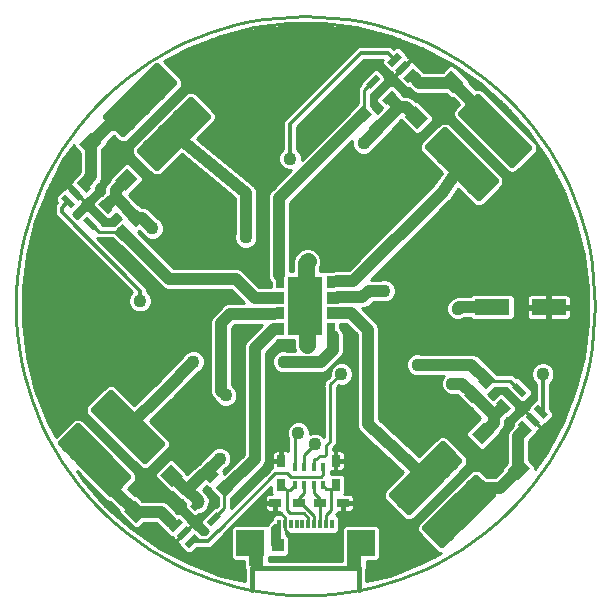
<source format=gtl>
G75*
G70*
%OFA0B0*%
%FSLAX24Y24*%
%IPPOS*%
%LPD*%
%AMOC8*
5,1,8,0,0,1.08239X$1,22.5*
%
%ADD10C,0.0100*%
%ADD11C,0.0160*%
%ADD12R,0.0433X0.0394*%
%ADD13R,0.0500X0.0579*%
%ADD14C,0.0251*%
%ADD15R,0.1181X0.0551*%
%ADD16R,0.0217X0.0472*%
%ADD17R,0.1142X0.1969*%
%ADD18R,0.0276X0.0394*%
%ADD19R,0.0177X0.0276*%
%ADD20R,0.0315X0.0394*%
%ADD21R,0.0394X0.0315*%
%ADD22R,0.0118X0.0315*%
%ADD23R,0.0945X0.0866*%
%ADD24R,0.0512X0.0335*%
%ADD25C,0.0240*%
%ADD26R,0.0436X0.0436*%
%ADD27C,0.0400*%
%ADD28C,0.0436*%
%ADD29C,0.0320*%
%ADD30C,0.0120*%
%ADD31C,0.0560*%
D10*
X012236Y012414D02*
X011481Y013266D01*
X011279Y013558D01*
X012266Y012572D01*
X012374Y012527D01*
X012396Y012527D01*
X012690Y012234D01*
X012690Y012163D01*
X013199Y011654D01*
X013339Y011654D01*
X013521Y011835D01*
X013923Y011835D01*
X014209Y011549D01*
X014226Y011542D01*
X014419Y011349D01*
X014462Y011349D01*
X014481Y011316D01*
X014569Y011228D01*
X014839Y011498D01*
X014845Y011492D01*
X014574Y011222D01*
X014662Y011135D01*
X014696Y011115D01*
X014696Y011073D01*
X014948Y010820D01*
X015089Y010820D01*
X015273Y011004D01*
X015738Y011004D01*
X015872Y011139D01*
X016218Y011484D01*
X016218Y011498D01*
X017766Y013047D01*
X017766Y012847D01*
X017802Y012812D01*
X017680Y012812D01*
X017642Y012801D01*
X017608Y012782D01*
X017580Y012754D01*
X017560Y012720D01*
X017550Y012681D01*
X017550Y012533D01*
X017868Y012533D01*
X017868Y012475D01*
X017926Y012475D01*
X017926Y012197D01*
X018051Y012197D01*
X018051Y012177D01*
X018105Y012123D01*
X017886Y012123D01*
X017786Y012023D01*
X017786Y011921D01*
X017730Y011898D01*
X017637Y011805D01*
X017614Y011749D01*
X017593Y011769D01*
X016508Y011769D01*
X016408Y011669D01*
X016408Y010662D01*
X016508Y010563D01*
X016841Y010563D01*
X016841Y010327D01*
X016879Y010289D01*
X016879Y009887D01*
X016097Y010080D01*
X015033Y010484D01*
X014025Y011013D01*
X013088Y011659D01*
X012236Y012414D01*
X012265Y012388D02*
X012535Y012388D01*
X012633Y012290D02*
X012376Y012290D01*
X012487Y012191D02*
X012690Y012191D01*
X012760Y012093D02*
X012599Y012093D01*
X012710Y011994D02*
X012858Y011994D01*
X012821Y011896D02*
X012957Y011896D01*
X012932Y011797D02*
X013055Y011797D01*
X013043Y011699D02*
X013154Y011699D01*
X013173Y011600D02*
X014158Y011600D01*
X014060Y011699D02*
X013384Y011699D01*
X013483Y011797D02*
X013961Y011797D01*
X014267Y011502D02*
X013316Y011502D01*
X013459Y011403D02*
X014365Y011403D01*
X014492Y011305D02*
X013602Y011305D01*
X013744Y011206D02*
X014590Y011206D01*
X014590Y011244D02*
X014590Y010969D01*
X014885Y010673D01*
X015161Y010673D01*
X015180Y010911D02*
X016408Y010911D01*
X016408Y011009D02*
X015743Y011009D01*
X015842Y011108D02*
X016408Y011108D01*
X016408Y011206D02*
X015940Y011206D01*
X016039Y011305D02*
X016408Y011305D01*
X016408Y011403D02*
X016137Y011403D01*
X016222Y011502D02*
X016408Y011502D01*
X016408Y011600D02*
X016320Y011600D01*
X016419Y011699D02*
X016438Y011699D01*
X016517Y011797D02*
X017634Y011797D01*
X017728Y011896D02*
X016616Y011896D01*
X016714Y011994D02*
X017786Y011994D01*
X017856Y012093D02*
X016813Y012093D01*
X016911Y012191D02*
X018051Y012191D01*
X018074Y012170D02*
X018074Y012150D01*
X018212Y012012D01*
X018212Y011796D01*
X018212Y011599D01*
X018409Y011402D01*
X018364Y011375D02*
X018264Y011475D01*
X018247Y011475D01*
X018247Y011488D01*
X018259Y011488D01*
X018279Y011468D01*
X019916Y011468D01*
X020016Y011568D01*
X020016Y012023D01*
X019925Y012115D01*
X019987Y012177D01*
X019987Y012197D01*
X020132Y012197D01*
X020132Y012475D01*
X020190Y012475D01*
X020190Y012533D01*
X020508Y012533D01*
X020508Y012681D01*
X020497Y012720D01*
X020478Y012754D01*
X020450Y012782D01*
X020416Y012801D01*
X020377Y012812D01*
X020197Y012812D01*
X020232Y012847D01*
X020232Y013382D01*
X020133Y013481D01*
X019744Y013481D01*
X019750Y013487D01*
X019750Y013555D01*
X019876Y013555D01*
X019876Y013873D01*
X019934Y013873D01*
X019934Y013931D01*
X019876Y013931D01*
X019876Y014249D01*
X019810Y014249D01*
X019810Y014323D01*
X019948Y014460D01*
X019948Y016363D01*
X020006Y016415D01*
X020025Y016407D01*
X020179Y016407D01*
X020322Y016467D01*
X020431Y016576D01*
X020490Y016718D01*
X020490Y016873D01*
X020431Y017015D01*
X020322Y017125D01*
X020179Y017184D01*
X020025Y017184D01*
X019882Y017125D01*
X019773Y017015D01*
X019714Y016873D01*
X019714Y016743D01*
X019644Y016681D01*
X019637Y016681D01*
X019577Y016621D01*
X019513Y016564D01*
X019513Y016557D01*
X019508Y016552D01*
X019508Y016467D01*
X019503Y016382D01*
X019508Y016377D01*
X019508Y014710D01*
X019436Y014782D01*
X019293Y014841D01*
X019139Y014841D01*
X019053Y014806D01*
X019053Y014904D01*
X018994Y015047D01*
X018885Y015156D01*
X018742Y015215D01*
X018588Y015215D01*
X018445Y015156D01*
X018336Y015047D01*
X018277Y014904D01*
X018277Y014750D01*
X018327Y014629D01*
X018327Y014228D01*
X018309Y014238D01*
X018271Y014249D01*
X018123Y014249D01*
X018123Y013931D01*
X018065Y013931D01*
X018065Y014249D01*
X017917Y014249D01*
X017879Y014238D01*
X017844Y014219D01*
X017816Y014191D01*
X017797Y014157D01*
X017786Y014118D01*
X017786Y013931D01*
X018065Y013931D01*
X018065Y013873D01*
X017786Y013873D01*
X017786Y013689D01*
X017677Y013580D01*
X016412Y012315D01*
X016412Y012408D01*
X016412Y012658D01*
X016413Y012659D01*
X016442Y012671D01*
X017418Y013647D01*
X017522Y013751D01*
X017578Y013887D01*
X017578Y017508D01*
X017994Y017925D01*
X018510Y017925D01*
X018510Y017690D01*
X018556Y017579D01*
X018294Y017579D01*
X018250Y017597D01*
X018095Y017597D01*
X017953Y017538D01*
X017844Y017429D01*
X017785Y017286D01*
X017785Y017132D01*
X017844Y016989D01*
X017953Y016880D01*
X018095Y016821D01*
X017578Y016821D01*
X017578Y016919D02*
X017913Y016919D01*
X017832Y017018D02*
X017578Y017018D01*
X017578Y017116D02*
X017791Y017116D01*
X017785Y017215D02*
X017578Y017215D01*
X017578Y017313D02*
X017796Y017313D01*
X017837Y017412D02*
X017578Y017412D01*
X017580Y017510D02*
X017925Y017510D01*
X017777Y017707D02*
X018510Y017707D01*
X018510Y017806D02*
X017876Y017806D01*
X017974Y017904D02*
X018510Y017904D01*
X018544Y017609D02*
X017679Y017609D01*
X017125Y018101D02*
X016456Y018101D01*
X016456Y018003D02*
X017026Y018003D01*
X016928Y017904D02*
X016456Y017904D01*
X016456Y017806D02*
X016867Y017806D01*
X016894Y017871D02*
X016838Y017735D01*
X016838Y014114D01*
X016181Y013457D01*
X016181Y013515D01*
X016143Y013553D01*
X016223Y013633D01*
X016267Y013652D01*
X016376Y013761D01*
X016435Y013903D01*
X016435Y014058D01*
X016376Y014200D01*
X016267Y014310D01*
X016124Y014369D01*
X015969Y014369D01*
X015827Y014310D01*
X015718Y014200D01*
X015700Y014157D01*
X015343Y013800D01*
X015275Y013772D01*
X015171Y013668D01*
X014969Y013466D01*
X014481Y013954D01*
X014340Y013954D01*
X013887Y013501D01*
X013887Y013360D01*
X014396Y012851D01*
X014466Y012851D01*
X014592Y012725D01*
X014696Y012621D01*
X014791Y012582D01*
X014899Y012475D01*
X014890Y012467D01*
X014890Y012326D01*
X015143Y012073D01*
X015284Y012073D01*
X015328Y012117D01*
X015378Y012117D01*
X015514Y012173D01*
X015618Y012277D01*
X015674Y012413D01*
X015674Y012463D01*
X015718Y012507D01*
X015718Y012648D01*
X015656Y012709D01*
X015648Y012728D01*
X015618Y012802D01*
X015618Y012802D01*
X015566Y012853D01*
X015514Y012906D01*
X015514Y012906D01*
X015485Y012935D01*
X015604Y013054D01*
X015662Y012996D01*
X015730Y012996D01*
X015730Y012928D01*
X015875Y012783D01*
X015878Y012775D01*
X015972Y012682D01*
X015972Y012408D01*
X015935Y012371D01*
X015853Y012371D01*
X015419Y011938D01*
X015419Y011797D01*
X015650Y011566D01*
X015547Y011464D01*
X015454Y011464D01*
X015270Y011647D01*
X015228Y011647D01*
X015208Y011681D01*
X015121Y011768D01*
X014850Y011498D01*
X014845Y011504D01*
X015115Y011774D01*
X015027Y011862D01*
X014994Y011881D01*
X014994Y011924D01*
X014741Y012176D01*
X014629Y012176D01*
X014286Y012519D01*
X014150Y012575D01*
X014003Y012575D01*
X013465Y012575D01*
X013284Y012757D01*
X013213Y012757D01*
X012999Y012971D01*
X013216Y013188D01*
X013261Y013296D01*
X013261Y013414D01*
X013216Y013522D01*
X011473Y015265D01*
X011364Y015310D01*
X011247Y015310D01*
X011138Y015265D01*
X010573Y014700D01*
X010306Y015211D01*
X009902Y016275D01*
X009630Y017380D01*
X009493Y018510D01*
X009475Y019079D01*
X009493Y019648D01*
X009630Y020778D01*
X009902Y021883D01*
X010306Y022947D01*
X010835Y023955D01*
X011174Y024447D01*
X011174Y024377D01*
X011388Y024163D01*
X011388Y023535D01*
X011268Y023414D01*
X011266Y023410D01*
X011106Y023250D01*
X011106Y023207D01*
X011072Y023188D01*
X010985Y023100D01*
X011255Y022830D01*
X011249Y022824D01*
X010979Y023095D01*
X010891Y023007D01*
X010872Y022974D01*
X010829Y022974D01*
X010577Y022721D01*
X010577Y022580D01*
X010631Y022526D01*
X010541Y022436D01*
X010541Y022094D01*
X010676Y021959D01*
X013119Y019516D01*
X013060Y019456D01*
X013001Y019314D01*
X013001Y019159D01*
X013060Y019017D01*
X013169Y018907D01*
X013312Y018848D01*
X013466Y018848D01*
X013609Y018907D01*
X013718Y019017D01*
X013777Y019159D01*
X013777Y019314D01*
X013718Y019456D01*
X013619Y019555D01*
X013619Y019666D01*
X011962Y021323D01*
X012015Y021323D01*
X012443Y021323D01*
X012710Y021056D01*
X012739Y021056D01*
X012229Y021056D01*
X012328Y020958D02*
X012837Y020958D01*
X012739Y021056D02*
X014040Y019755D01*
X014144Y019651D01*
X014280Y019595D01*
X016425Y019595D01*
X016846Y019173D01*
X016327Y019173D01*
X016191Y019117D01*
X016087Y019013D01*
X015772Y018698D01*
X015716Y018562D01*
X015716Y016171D01*
X015772Y016035D01*
X015876Y015931D01*
X015896Y015911D01*
X015915Y015867D01*
X016024Y015758D01*
X016166Y015699D01*
X016321Y015699D01*
X016463Y015758D01*
X016573Y015867D01*
X016632Y016010D01*
X016632Y016164D01*
X016573Y016307D01*
X016463Y016416D01*
X016456Y016419D01*
X016456Y018335D01*
X016554Y018433D01*
X017457Y018433D01*
X016894Y017871D01*
X016838Y017707D02*
X016456Y017707D01*
X016456Y017609D02*
X016838Y017609D01*
X016838Y017510D02*
X016456Y017510D01*
X016456Y017412D02*
X016838Y017412D01*
X016838Y017313D02*
X016456Y017313D01*
X016456Y017215D02*
X016838Y017215D01*
X016838Y017116D02*
X016456Y017116D01*
X016456Y017018D02*
X016838Y017018D01*
X016838Y016919D02*
X016456Y016919D01*
X016456Y016821D02*
X016838Y016821D01*
X016838Y016722D02*
X016456Y016722D01*
X016456Y016624D02*
X016838Y016624D01*
X016838Y016525D02*
X016456Y016525D01*
X016456Y016427D02*
X016838Y016427D01*
X016838Y016328D02*
X016551Y016328D01*
X016604Y016230D02*
X016838Y016230D01*
X016838Y016131D02*
X016632Y016131D01*
X016632Y016033D02*
X016838Y016033D01*
X016838Y015934D02*
X016600Y015934D01*
X016541Y015836D02*
X016838Y015836D01*
X016838Y015737D02*
X016414Y015737D01*
X016838Y015639D02*
X014128Y015639D01*
X014228Y015737D02*
X016073Y015737D01*
X015946Y015836D02*
X014328Y015836D01*
X014421Y015927D02*
X014424Y015928D01*
X014473Y015978D01*
X014523Y016028D01*
X014525Y016031D01*
X015340Y016863D01*
X015381Y016880D01*
X015490Y016989D01*
X015549Y017132D01*
X015549Y017286D01*
X015490Y017429D01*
X015381Y017538D01*
X015238Y017597D01*
X015084Y017597D01*
X014941Y017538D01*
X014832Y017429D01*
X014812Y017382D01*
X013950Y016501D01*
X013201Y015765D01*
X012587Y016379D01*
X012478Y016424D01*
X012360Y016424D01*
X012252Y016379D01*
X011636Y015763D01*
X011591Y015655D01*
X011591Y015537D01*
X011636Y015429D01*
X013379Y013686D01*
X013488Y013641D01*
X013606Y013641D01*
X013714Y013686D01*
X014330Y014301D01*
X014375Y014410D01*
X014375Y014527D01*
X014330Y014636D01*
X013724Y015242D01*
X014421Y015927D01*
X014430Y015934D02*
X015873Y015934D01*
X015774Y016033D02*
X014527Y016033D01*
X014623Y016131D02*
X015732Y016131D01*
X015716Y016230D02*
X014720Y016230D01*
X014816Y016328D02*
X015716Y016328D01*
X015716Y016427D02*
X014913Y016427D01*
X015009Y016525D02*
X015716Y016525D01*
X015716Y016624D02*
X015106Y016624D01*
X015202Y016722D02*
X015716Y016722D01*
X015716Y016821D02*
X015299Y016821D01*
X015420Y016919D02*
X015716Y016919D01*
X015716Y017018D02*
X015502Y017018D01*
X015543Y017116D02*
X015716Y017116D01*
X015716Y017215D02*
X015549Y017215D01*
X015538Y017313D02*
X015716Y017313D01*
X015716Y017412D02*
X015497Y017412D01*
X015408Y017510D02*
X015716Y017510D01*
X015716Y017609D02*
X009602Y017609D01*
X009590Y017707D02*
X015716Y017707D01*
X015716Y017806D02*
X009578Y017806D01*
X009566Y017904D02*
X015716Y017904D01*
X015716Y018003D02*
X009554Y018003D01*
X009542Y018101D02*
X015716Y018101D01*
X015716Y018200D02*
X009530Y018200D01*
X009518Y018298D02*
X015716Y018298D01*
X015716Y018397D02*
X009506Y018397D01*
X009494Y018495D02*
X015716Y018495D01*
X015729Y018594D02*
X009490Y018594D01*
X009487Y018692D02*
X015770Y018692D01*
X015865Y018791D02*
X009484Y018791D01*
X009481Y018889D02*
X013213Y018889D01*
X013089Y018988D02*
X009478Y018988D01*
X009476Y019086D02*
X013031Y019086D01*
X013001Y019185D02*
X009479Y019185D01*
X009482Y019283D02*
X013001Y019283D01*
X013029Y019382D02*
X009484Y019382D01*
X009487Y019480D02*
X013084Y019480D01*
X013056Y019579D02*
X009490Y019579D01*
X009496Y019677D02*
X012958Y019677D01*
X012859Y019776D02*
X009508Y019776D01*
X009520Y019874D02*
X012761Y019874D01*
X012662Y019973D02*
X009532Y019973D01*
X009544Y020071D02*
X012564Y020071D01*
X012465Y020170D02*
X009556Y020170D01*
X009568Y020268D02*
X012367Y020268D01*
X012268Y020367D02*
X009580Y020367D01*
X009592Y020465D02*
X012170Y020465D01*
X012071Y020564D02*
X009604Y020564D01*
X009616Y020662D02*
X011973Y020662D01*
X011874Y020761D02*
X009628Y020761D01*
X009650Y020859D02*
X011776Y020859D01*
X011677Y020958D02*
X009674Y020958D01*
X009698Y021056D02*
X011579Y021056D01*
X011480Y021155D02*
X009723Y021155D01*
X009747Y021253D02*
X011382Y021253D01*
X011283Y021352D02*
X009771Y021352D01*
X009795Y021450D02*
X011185Y021450D01*
X011086Y021549D02*
X009820Y021549D01*
X009844Y021647D02*
X010988Y021647D01*
X010889Y021746D02*
X009868Y021746D01*
X009893Y021844D02*
X010791Y021844D01*
X010692Y021943D02*
X009925Y021943D01*
X009962Y022041D02*
X010594Y022041D01*
X010541Y022140D02*
X009999Y022140D01*
X010037Y022238D02*
X010541Y022238D01*
X010541Y022337D02*
X010074Y022337D01*
X010112Y022435D02*
X010541Y022435D01*
X010623Y022534D02*
X010149Y022534D01*
X010186Y022632D02*
X010577Y022632D01*
X010587Y022731D02*
X010224Y022731D01*
X010261Y022829D02*
X010685Y022829D01*
X010784Y022928D02*
X010298Y022928D01*
X010347Y023026D02*
X010911Y023026D01*
X011047Y023026D02*
X011059Y023026D01*
X011009Y023125D02*
X010399Y023125D01*
X010451Y023223D02*
X011106Y023223D01*
X011178Y023322D02*
X010502Y023322D01*
X010554Y023420D02*
X011274Y023420D01*
X011372Y023519D02*
X010606Y023519D01*
X010657Y023617D02*
X011388Y023617D01*
X011388Y023716D02*
X010709Y023716D01*
X010761Y023814D02*
X011388Y023814D01*
X011388Y023913D02*
X010812Y023913D01*
X010873Y024011D02*
X011388Y024011D01*
X011388Y024110D02*
X010941Y024110D01*
X011009Y024208D02*
X011342Y024208D01*
X011244Y024307D02*
X011077Y024307D01*
X011145Y024405D02*
X011174Y024405D01*
X012128Y024284D02*
X012128Y023380D01*
X012128Y023308D01*
X012128Y023308D01*
X012101Y023243D01*
X012072Y023172D01*
X012072Y023172D01*
X012018Y023119D01*
X011933Y023033D01*
X011933Y022928D01*
X011680Y022675D01*
X011638Y022675D01*
X011618Y022642D01*
X011531Y022554D01*
X011261Y022824D01*
X011255Y022819D01*
X011525Y022548D01*
X011437Y022461D01*
X011404Y022441D01*
X011404Y022399D01*
X011151Y022146D01*
X011139Y022146D01*
X011301Y021985D01*
X011301Y021997D01*
X011553Y022250D01*
X011694Y022250D01*
X012128Y021816D01*
X012128Y021763D01*
X012516Y021763D01*
X012585Y021832D01*
X012592Y021836D01*
X012738Y021981D01*
X012755Y021981D01*
X012594Y022142D01*
X012404Y021951D01*
X012263Y021951D01*
X011830Y022385D01*
X011830Y022526D01*
X012082Y022779D01*
X012117Y022779D01*
X012201Y022863D01*
X012201Y022890D01*
X012201Y022890D01*
X012201Y022930D01*
X012201Y023001D01*
X012224Y023056D01*
X012258Y023137D01*
X012371Y023250D01*
X012371Y023321D01*
X012880Y023830D01*
X013021Y023830D01*
X013474Y023376D01*
X013474Y023236D01*
X013011Y022772D01*
X013329Y022454D01*
X013352Y022454D01*
X013444Y022362D01*
X013542Y022362D01*
X013678Y022306D01*
X013979Y022005D01*
X014022Y021987D01*
X014132Y021878D01*
X014191Y021735D01*
X014191Y021581D01*
X014132Y021438D01*
X014022Y021329D01*
X013880Y021270D01*
X013725Y021270D01*
X013583Y021329D01*
X013474Y021438D01*
X013455Y021482D01*
X013366Y021571D01*
X013324Y021530D01*
X013312Y021530D01*
X014507Y020335D01*
X016652Y020335D01*
X016788Y020278D01*
X017361Y019705D01*
X017747Y019705D01*
X017747Y019848D01*
X017702Y019893D01*
X017645Y020029D01*
X017645Y022726D01*
X017702Y022862D01*
X017806Y022966D01*
X018432Y023592D01*
X018312Y023592D01*
X018169Y023652D01*
X018060Y023761D01*
X018001Y023903D01*
X018001Y024058D01*
X018060Y024200D01*
X018159Y024299D01*
X018159Y025237D01*
X020521Y027599D01*
X020656Y027734D01*
X021742Y027734D01*
X021842Y027635D01*
X021896Y027689D01*
X022037Y027689D01*
X022289Y027436D01*
X022289Y027394D01*
X022323Y027375D01*
X022411Y027287D01*
X022140Y027017D01*
X022146Y027011D01*
X022416Y027281D01*
X022504Y027194D01*
X022523Y027160D01*
X022566Y027160D01*
X022726Y027000D01*
X022730Y026998D01*
X022851Y026878D01*
X023479Y026878D01*
X023693Y027092D01*
X023834Y027092D01*
X024343Y026583D01*
X024343Y026517D01*
X024577Y026283D01*
X024601Y026293D01*
X024719Y026293D01*
X024827Y026248D01*
X026570Y024505D01*
X026615Y024396D01*
X026615Y024279D01*
X026570Y024170D01*
X025955Y023555D01*
X025846Y023510D01*
X025729Y023510D01*
X025620Y023555D01*
X023877Y025298D01*
X023832Y025406D01*
X023832Y025524D01*
X023877Y025632D01*
X024029Y025784D01*
X023824Y025989D01*
X023749Y025989D01*
X023600Y026138D01*
X022771Y026138D01*
X022771Y026138D01*
X022698Y026138D01*
X022624Y026138D01*
X022624Y026138D01*
X022553Y026167D01*
X022488Y026194D01*
X022488Y026194D01*
X022434Y026248D01*
X022384Y026298D01*
X022384Y026298D01*
X022349Y026333D01*
X022244Y026333D01*
X021991Y026586D01*
X021991Y026628D01*
X021958Y026647D01*
X021870Y026735D01*
X022140Y027005D01*
X022134Y027011D01*
X021864Y026741D01*
X021777Y026828D01*
X021757Y026862D01*
X021715Y026862D01*
X021462Y027115D01*
X021462Y027255D01*
X021481Y027274D01*
X020847Y027274D01*
X018619Y025047D01*
X018619Y024299D01*
X018718Y024200D01*
X018777Y024058D01*
X018777Y023937D01*
X020372Y025532D01*
X020372Y025556D01*
X020639Y025823D01*
X020639Y026265D01*
X020639Y026350D01*
X020639Y026350D01*
X020703Y026414D01*
X020738Y026449D01*
X020738Y026531D01*
X021172Y026965D01*
X021313Y026965D01*
X021566Y026712D01*
X021566Y026572D01*
X022004Y026572D01*
X021934Y026671D02*
X021566Y026671D01*
X021566Y026572D02*
X021132Y026138D01*
X021079Y026138D01*
X021079Y025750D01*
X021148Y025681D01*
X021151Y025673D01*
X021297Y025528D01*
X021297Y025510D01*
X021458Y025671D01*
X021267Y025862D01*
X021267Y026003D01*
X021701Y026436D01*
X021842Y026436D01*
X022095Y026183D01*
X022095Y026149D01*
X022179Y026064D01*
X022240Y026064D01*
X022317Y026064D01*
X022317Y026064D01*
X022378Y026039D01*
X022453Y026008D01*
X022453Y026008D01*
X022507Y025954D01*
X022557Y025904D01*
X022557Y025904D01*
X022566Y025895D01*
X022637Y025895D01*
X023145Y025386D01*
X023145Y025245D01*
X022692Y024792D01*
X022551Y024792D01*
X022088Y025255D01*
X021770Y024937D01*
X021770Y024914D01*
X021639Y024782D01*
X021622Y024741D01*
X021187Y024306D01*
X021169Y024263D01*
X021060Y024154D01*
X020917Y024094D01*
X020763Y024094D01*
X020620Y024154D01*
X020511Y024263D01*
X020452Y024405D01*
X020452Y024560D01*
X020456Y024569D01*
X018385Y022499D01*
X018385Y020233D01*
X018471Y020233D01*
X018471Y020586D01*
X018539Y020751D01*
X018725Y020937D01*
X018890Y021005D01*
X019069Y021005D01*
X019235Y020937D01*
X019361Y020810D01*
X019430Y020645D01*
X019430Y020466D01*
X019371Y020323D01*
X019371Y020233D01*
X019816Y020233D01*
X019871Y020256D01*
X020342Y020256D01*
X023168Y023082D01*
X023454Y023493D01*
X022764Y024184D01*
X022719Y024293D01*
X022719Y024410D01*
X022764Y024519D01*
X023379Y025134D01*
X023488Y025179D01*
X023605Y025179D01*
X023714Y025134D01*
X025457Y023391D01*
X025502Y023283D01*
X025502Y023165D01*
X025457Y023057D01*
X024841Y022441D01*
X024733Y022396D01*
X024615Y022396D01*
X024507Y022441D01*
X023986Y022962D01*
X023779Y022665D01*
X023767Y022634D01*
X023738Y022605D01*
X023714Y022572D01*
X023686Y022553D01*
X021074Y019941D01*
X021398Y019941D01*
X021442Y019959D01*
X021596Y019959D01*
X021739Y019900D01*
X021848Y019791D01*
X021907Y019648D01*
X021907Y019494D01*
X021848Y019351D01*
X021739Y019242D01*
X021596Y019183D01*
X021442Y019183D01*
X021398Y019201D01*
X021161Y019201D01*
X021104Y019145D01*
X021000Y019041D01*
X020864Y018985D01*
X020798Y018985D01*
X021301Y018482D01*
X021358Y018346D01*
X021358Y015285D01*
X022678Y014048D01*
X023304Y014674D01*
X023412Y014719D01*
X023530Y014719D01*
X023638Y014674D01*
X024254Y014058D01*
X024299Y013950D01*
X024299Y013832D01*
X024254Y013723D01*
X022511Y011980D01*
X022402Y011935D01*
X022285Y011935D01*
X022176Y011980D01*
X021561Y012596D01*
X021516Y012705D01*
X021516Y012822D01*
X021561Y012931D01*
X022155Y013525D01*
X020784Y014809D01*
X020778Y014811D01*
X020730Y014859D01*
X020681Y014905D01*
X020678Y014911D01*
X020674Y014915D01*
X020648Y014978D01*
X020620Y015039D01*
X020620Y015046D01*
X020618Y015051D01*
X020618Y015119D01*
X020615Y015186D01*
X020618Y015192D01*
X020618Y018119D01*
X020263Y018473D01*
X020055Y018473D01*
X020055Y018330D01*
X020120Y018265D01*
X020177Y018129D01*
X020177Y017529D01*
X020120Y017393D01*
X020016Y017289D01*
X019622Y016895D01*
X019486Y016839D01*
X018294Y016839D01*
X018250Y016821D01*
X019714Y016821D01*
X019733Y016919D02*
X019647Y016919D01*
X019745Y017018D02*
X019775Y017018D01*
X019844Y017116D02*
X019874Y017116D01*
X019942Y017215D02*
X020618Y017215D01*
X020618Y017313D02*
X020041Y017313D01*
X020128Y017412D02*
X020618Y017412D01*
X020618Y017510D02*
X020169Y017510D01*
X020177Y017609D02*
X020618Y017609D01*
X020618Y017707D02*
X020177Y017707D01*
X020177Y017806D02*
X020618Y017806D01*
X020618Y017904D02*
X020177Y017904D01*
X020177Y018003D02*
X020618Y018003D01*
X020618Y018101D02*
X020177Y018101D01*
X020147Y018200D02*
X020536Y018200D01*
X020438Y018298D02*
X020087Y018298D01*
X020055Y018397D02*
X020339Y018397D01*
X019964Y018843D02*
X019747Y018843D01*
X019747Y019315D02*
X019944Y019315D01*
X019925Y019866D02*
X019747Y019866D01*
X019925Y019866D02*
X019944Y019886D01*
X020355Y020268D02*
X019371Y020268D01*
X019389Y020367D02*
X020453Y020367D01*
X020552Y020465D02*
X019430Y020465D01*
X019430Y020564D02*
X020650Y020564D01*
X020749Y020662D02*
X019423Y020662D01*
X019382Y020761D02*
X020847Y020761D01*
X020946Y020859D02*
X019312Y020859D01*
X019184Y020958D02*
X021044Y020958D01*
X021143Y021056D02*
X018385Y021056D01*
X018385Y020958D02*
X018776Y020958D01*
X018647Y020859D02*
X018385Y020859D01*
X018385Y020761D02*
X018549Y020761D01*
X018502Y020662D02*
X018385Y020662D01*
X018385Y020564D02*
X018471Y020564D01*
X018471Y020465D02*
X018385Y020465D01*
X018385Y020367D02*
X018471Y020367D01*
X018471Y020268D02*
X018385Y020268D01*
X018055Y020063D02*
X018055Y019866D01*
X018055Y020063D02*
X018015Y020103D01*
X017668Y019973D02*
X017093Y019973D01*
X016995Y020071D02*
X017645Y020071D01*
X017645Y020170D02*
X016896Y020170D01*
X016798Y020268D02*
X017645Y020268D01*
X017645Y020367D02*
X014475Y020367D01*
X014376Y020465D02*
X017645Y020465D01*
X017645Y020564D02*
X014278Y020564D01*
X014179Y020662D02*
X017645Y020662D01*
X017645Y020761D02*
X014081Y020761D01*
X013982Y020859D02*
X017645Y020859D01*
X017645Y020958D02*
X013884Y020958D01*
X013785Y021056D02*
X016670Y021056D01*
X016693Y021033D02*
X016584Y021143D01*
X016525Y021285D01*
X016525Y021440D01*
X016543Y021483D01*
X016543Y022649D01*
X014770Y024117D01*
X014117Y023464D01*
X014008Y023419D01*
X013891Y023419D01*
X013782Y023464D01*
X013166Y024079D01*
X013121Y024188D01*
X013121Y024305D01*
X013166Y024414D01*
X014909Y026157D01*
X015018Y026202D01*
X015136Y026202D01*
X015244Y026157D01*
X015860Y025541D01*
X015905Y025433D01*
X015905Y025315D01*
X015860Y025207D01*
X015296Y024643D01*
X017106Y023144D01*
X017122Y023137D01*
X017162Y023097D01*
X017205Y023061D01*
X017214Y023045D01*
X017226Y023033D01*
X017248Y022981D01*
X017274Y022931D01*
X017276Y022913D01*
X017283Y022897D01*
X017283Y022841D01*
X017288Y022785D01*
X017283Y022768D01*
X017283Y021483D01*
X017301Y021440D01*
X017301Y021285D01*
X017242Y021143D01*
X017133Y021033D01*
X016990Y020974D01*
X016836Y020974D01*
X016693Y021033D01*
X016579Y021155D02*
X013687Y021155D01*
X013588Y021253D02*
X016538Y021253D01*
X016525Y021352D02*
X014046Y021352D01*
X014137Y021450D02*
X016529Y021450D01*
X016543Y021549D02*
X014178Y021549D01*
X014191Y021647D02*
X016543Y021647D01*
X016543Y021746D02*
X014186Y021746D01*
X014145Y021844D02*
X016543Y021844D01*
X016543Y021943D02*
X014066Y021943D01*
X013942Y022041D02*
X016543Y022041D01*
X016543Y022140D02*
X013844Y022140D01*
X013745Y022238D02*
X016543Y022238D01*
X016543Y022337D02*
X013603Y022337D01*
X013371Y022435D02*
X016543Y022435D01*
X016543Y022534D02*
X013249Y022534D01*
X013150Y022632D02*
X016543Y022632D01*
X016444Y022731D02*
X013052Y022731D01*
X013068Y022829D02*
X016325Y022829D01*
X016206Y022928D02*
X013166Y022928D01*
X013265Y023026D02*
X016087Y023026D01*
X015968Y023125D02*
X013363Y023125D01*
X013462Y023223D02*
X015849Y023223D01*
X015730Y023322D02*
X013474Y023322D01*
X013430Y023420D02*
X013886Y023420D01*
X014013Y023420D02*
X015611Y023420D01*
X015492Y023519D02*
X014172Y023519D01*
X014271Y023617D02*
X015374Y023617D01*
X015255Y023716D02*
X014369Y023716D01*
X014468Y023814D02*
X015136Y023814D01*
X015017Y023913D02*
X014566Y023913D01*
X014665Y024011D02*
X014898Y024011D01*
X014779Y024110D02*
X014763Y024110D01*
X015344Y024602D02*
X018159Y024602D01*
X018159Y024504D02*
X015463Y024504D01*
X015582Y024405D02*
X018159Y024405D01*
X018159Y024307D02*
X015701Y024307D01*
X015820Y024208D02*
X018068Y024208D01*
X018023Y024110D02*
X015939Y024110D01*
X016058Y024011D02*
X018001Y024011D01*
X018001Y023913D02*
X016177Y023913D01*
X016296Y023814D02*
X018038Y023814D01*
X018105Y023716D02*
X016415Y023716D01*
X016534Y023617D02*
X018252Y023617D01*
X018359Y023519D02*
X016653Y023519D01*
X016772Y023420D02*
X018260Y023420D01*
X018162Y023322D02*
X016891Y023322D01*
X017010Y023223D02*
X018063Y023223D01*
X017965Y023125D02*
X017134Y023125D01*
X017229Y023026D02*
X017866Y023026D01*
X017768Y022928D02*
X017275Y022928D01*
X017284Y022829D02*
X017688Y022829D01*
X017647Y022731D02*
X017283Y022731D01*
X017283Y022632D02*
X017645Y022632D01*
X017645Y022534D02*
X017283Y022534D01*
X017283Y022435D02*
X017645Y022435D01*
X017645Y022337D02*
X017283Y022337D01*
X017283Y022238D02*
X017645Y022238D01*
X017645Y022140D02*
X017283Y022140D01*
X017283Y022041D02*
X017645Y022041D01*
X017645Y021943D02*
X017283Y021943D01*
X017283Y021844D02*
X017645Y021844D01*
X017645Y021746D02*
X017283Y021746D01*
X017283Y021647D02*
X017645Y021647D01*
X017645Y021549D02*
X017283Y021549D01*
X017297Y021450D02*
X017645Y021450D01*
X017645Y021352D02*
X017301Y021352D01*
X017288Y021253D02*
X017645Y021253D01*
X017645Y021155D02*
X017247Y021155D01*
X017156Y021056D02*
X017645Y021056D01*
X018385Y021155D02*
X021241Y021155D01*
X021340Y021253D02*
X018385Y021253D01*
X018385Y021352D02*
X021438Y021352D01*
X021537Y021450D02*
X018385Y021450D01*
X018385Y021549D02*
X021635Y021549D01*
X021734Y021647D02*
X018385Y021647D01*
X018385Y021746D02*
X021832Y021746D01*
X021931Y021844D02*
X018385Y021844D01*
X018385Y021943D02*
X022029Y021943D01*
X022128Y022041D02*
X018385Y022041D01*
X018385Y022140D02*
X022226Y022140D01*
X022325Y022238D02*
X018385Y022238D01*
X018385Y022337D02*
X022423Y022337D01*
X022522Y022435D02*
X018385Y022435D01*
X018420Y022534D02*
X022620Y022534D01*
X022719Y022632D02*
X018519Y022632D01*
X018617Y022731D02*
X022817Y022731D01*
X022916Y022829D02*
X018716Y022829D01*
X018814Y022928D02*
X023014Y022928D01*
X023113Y023026D02*
X018913Y023026D01*
X019011Y023125D02*
X023198Y023125D01*
X023267Y023223D02*
X019110Y023223D01*
X019208Y023322D02*
X023335Y023322D01*
X023404Y023420D02*
X019307Y023420D01*
X019405Y023519D02*
X023429Y023519D01*
X023330Y023617D02*
X019504Y023617D01*
X019602Y023716D02*
X023232Y023716D01*
X023133Y023814D02*
X019701Y023814D01*
X019799Y023913D02*
X023035Y023913D01*
X022936Y024011D02*
X019898Y024011D01*
X019996Y024110D02*
X020726Y024110D01*
X020565Y024208D02*
X020095Y024208D01*
X020193Y024307D02*
X020493Y024307D01*
X020452Y024405D02*
X020292Y024405D01*
X020390Y024504D02*
X020452Y024504D01*
X020954Y024110D02*
X022838Y024110D01*
X022754Y024208D02*
X021115Y024208D01*
X021188Y024307D02*
X022719Y024307D01*
X022719Y024405D02*
X021286Y024405D01*
X021385Y024504D02*
X022757Y024504D01*
X022847Y024602D02*
X021483Y024602D01*
X021582Y024701D02*
X022946Y024701D01*
X023044Y024799D02*
X022700Y024799D01*
X022798Y024898D02*
X023143Y024898D01*
X023241Y024996D02*
X022897Y024996D01*
X022995Y025095D02*
X023340Y025095D01*
X023094Y025193D02*
X023981Y025193D01*
X024080Y025095D02*
X023753Y025095D01*
X023852Y024996D02*
X024178Y024996D01*
X024277Y024898D02*
X023950Y024898D01*
X024049Y024799D02*
X024375Y024799D01*
X024474Y024701D02*
X024147Y024701D01*
X024246Y024602D02*
X024572Y024602D01*
X024671Y024504D02*
X024344Y024504D01*
X024443Y024405D02*
X024769Y024405D01*
X024868Y024307D02*
X024541Y024307D01*
X024640Y024208D02*
X024966Y024208D01*
X025065Y024110D02*
X024738Y024110D01*
X024837Y024011D02*
X025163Y024011D01*
X025262Y023913D02*
X024935Y023913D01*
X025034Y023814D02*
X025360Y023814D01*
X025459Y023716D02*
X025132Y023716D01*
X025231Y023617D02*
X025557Y023617D01*
X025706Y023519D02*
X025329Y023519D01*
X025428Y023420D02*
X027248Y023420D01*
X027300Y023322D02*
X025486Y023322D01*
X025502Y023223D02*
X027351Y023223D01*
X027403Y023125D02*
X025485Y023125D01*
X025427Y023026D02*
X027455Y023026D01*
X027496Y022947D02*
X027900Y021883D01*
X028172Y020778D01*
X028309Y019648D01*
X028327Y019079D01*
X028309Y018510D01*
X028172Y017380D01*
X027900Y016275D01*
X027496Y015211D01*
X026967Y014203D01*
X026568Y013624D01*
X026568Y013730D01*
X026354Y013944D01*
X026354Y014572D01*
X026474Y014692D01*
X026476Y014697D01*
X026636Y014857D01*
X026636Y014899D01*
X026670Y014919D01*
X026757Y015006D01*
X026487Y015276D01*
X026493Y015282D01*
X026763Y015012D01*
X026851Y015100D01*
X026870Y015133D01*
X026912Y015133D01*
X027165Y015386D01*
X027165Y015527D01*
X027044Y015647D01*
X027044Y016477D01*
X027143Y016576D01*
X027203Y016718D01*
X027203Y016873D01*
X027143Y017015D01*
X027034Y017125D01*
X026892Y017184D01*
X026737Y017184D01*
X026595Y017125D01*
X026485Y017015D01*
X026426Y016873D01*
X026426Y016718D01*
X026485Y016576D01*
X026584Y016477D01*
X026584Y015954D01*
X026338Y015708D01*
X026338Y015665D01*
X026304Y015646D01*
X026217Y015558D01*
X026487Y015288D01*
X026481Y015282D01*
X026211Y015552D01*
X026123Y015465D01*
X026104Y015431D01*
X026062Y015431D01*
X025809Y015179D01*
X025809Y015074D01*
X025774Y015039D01*
X025672Y014937D01*
X025670Y014935D01*
X025670Y014935D01*
X025638Y014857D01*
X025614Y014799D01*
X025614Y013823D01*
X025465Y013674D01*
X025465Y013598D01*
X025229Y013363D01*
X024949Y013363D01*
X024752Y013560D01*
X024643Y013605D01*
X024526Y013605D01*
X024417Y013560D01*
X022674Y011817D01*
X022629Y011709D01*
X022629Y011591D01*
X022674Y011482D01*
X023290Y010867D01*
X023398Y010822D01*
X023414Y010822D01*
X022769Y010484D01*
X021705Y010080D01*
X020923Y009887D01*
X020923Y010289D01*
X020961Y010327D01*
X020961Y010563D01*
X021294Y010563D01*
X021394Y010662D01*
X021394Y011669D01*
X021294Y011769D01*
X020209Y011769D01*
X020109Y011669D01*
X020109Y010569D01*
X017693Y010569D01*
X017693Y010699D01*
X018264Y010699D01*
X018364Y010798D01*
X018364Y011375D01*
X018336Y011403D02*
X020109Y011403D01*
X020109Y011305D02*
X018364Y011305D01*
X018364Y011206D02*
X020109Y011206D01*
X020109Y011108D02*
X018364Y011108D01*
X018364Y011009D02*
X020109Y011009D01*
X020109Y010911D02*
X018364Y010911D01*
X018364Y010812D02*
X020109Y010812D01*
X020109Y010714D02*
X018279Y010714D01*
X017693Y010615D02*
X020109Y010615D01*
X020961Y010517D02*
X022832Y010517D01*
X023020Y010615D02*
X021347Y010615D01*
X021394Y010714D02*
X023208Y010714D01*
X023246Y010911D02*
X021394Y010911D01*
X021394Y011009D02*
X023147Y011009D01*
X023049Y011108D02*
X021394Y011108D01*
X021394Y011206D02*
X022950Y011206D01*
X022852Y011305D02*
X021394Y011305D01*
X021394Y011403D02*
X022753Y011403D01*
X022666Y011502D02*
X021394Y011502D01*
X021394Y011600D02*
X022629Y011600D01*
X022629Y011699D02*
X021364Y011699D01*
X021867Y012290D02*
X020498Y012290D01*
X020497Y012289D02*
X020508Y012327D01*
X020508Y012475D01*
X020190Y012475D01*
X020190Y012197D01*
X020377Y012197D01*
X020416Y012207D01*
X020450Y012227D01*
X020478Y012255D01*
X020497Y012289D01*
X020508Y012388D02*
X021768Y012388D01*
X021670Y012487D02*
X020190Y012487D01*
X020190Y012388D02*
X020132Y012388D01*
X020132Y012290D02*
X020190Y012290D01*
X019987Y012191D02*
X021965Y012191D01*
X022064Y012093D02*
X019946Y012093D01*
X020016Y011994D02*
X022162Y011994D01*
X022525Y011994D02*
X022851Y011994D01*
X022753Y011896D02*
X020016Y011896D01*
X020016Y011797D02*
X022666Y011797D01*
X022623Y012093D02*
X022950Y012093D01*
X023048Y012191D02*
X022722Y012191D01*
X022820Y012290D02*
X023147Y012290D01*
X023245Y012388D02*
X022919Y012388D01*
X023017Y012487D02*
X023344Y012487D01*
X023442Y012585D02*
X023116Y012585D01*
X023214Y012684D02*
X023541Y012684D01*
X023639Y012782D02*
X023313Y012782D01*
X023411Y012881D02*
X023738Y012881D01*
X023836Y012979D02*
X023510Y012979D01*
X023608Y013078D02*
X023935Y013078D01*
X024033Y013176D02*
X023707Y013176D01*
X023805Y013275D02*
X024132Y013275D01*
X024230Y013373D02*
X023904Y013373D01*
X024002Y013472D02*
X024329Y013472D01*
X024442Y013570D02*
X024101Y013570D01*
X024199Y013669D02*
X025465Y013669D01*
X025437Y013570D02*
X024727Y013570D01*
X024840Y013472D02*
X025339Y013472D01*
X025240Y013373D02*
X024939Y013373D01*
X025558Y013767D02*
X024272Y013767D01*
X024299Y013866D02*
X025614Y013866D01*
X025614Y013964D02*
X024293Y013964D01*
X024249Y014063D02*
X025614Y014063D01*
X025614Y014161D02*
X024151Y014161D01*
X024052Y014260D02*
X025614Y014260D01*
X025614Y014358D02*
X024943Y014358D01*
X024862Y014277D02*
X025371Y014786D01*
X025371Y014857D01*
X025483Y014968D01*
X025484Y014970D01*
X025484Y014970D01*
X025507Y015025D01*
X025541Y015106D01*
X025541Y015244D01*
X025625Y015328D01*
X025660Y015328D01*
X025912Y015581D01*
X025912Y015722D01*
X025479Y016155D01*
X025338Y016155D01*
X025147Y015965D01*
X024987Y016126D01*
X025004Y016126D01*
X025150Y016271D01*
X025157Y016274D01*
X025226Y016343D01*
X025614Y016343D01*
X025614Y016291D01*
X026048Y015857D01*
X026189Y015857D01*
X026441Y016110D01*
X026441Y016251D01*
X026008Y016684D01*
X025925Y016684D01*
X025826Y016783D01*
X025299Y016783D01*
X025032Y017050D01*
X025008Y017050D01*
X024739Y017320D01*
X024635Y017424D01*
X024499Y017480D01*
X022762Y017480D01*
X022718Y017499D01*
X022564Y017499D01*
X022421Y017440D01*
X022312Y017330D01*
X022253Y017188D01*
X022253Y017033D01*
X022312Y016891D01*
X022421Y016781D01*
X022564Y016722D01*
X022718Y016722D01*
X022762Y016740D01*
X023514Y016740D01*
X023474Y016700D01*
X023414Y016558D01*
X023414Y016403D01*
X023474Y016261D01*
X023583Y016152D01*
X023725Y016092D01*
X023880Y016092D01*
X023924Y016111D01*
X023955Y016111D01*
X024012Y016054D01*
X024012Y016030D01*
X024390Y015652D01*
X024413Y015652D01*
X024731Y015334D01*
X024268Y014871D01*
X024268Y014730D01*
X024721Y014277D01*
X024862Y014277D01*
X024640Y014358D02*
X023954Y014358D01*
X023855Y014457D02*
X024542Y014457D01*
X024443Y014555D02*
X023757Y014555D01*
X023658Y014654D02*
X024345Y014654D01*
X024268Y014752D02*
X021927Y014752D01*
X022032Y014654D02*
X023284Y014654D01*
X023185Y014555D02*
X022137Y014555D01*
X022242Y014457D02*
X023087Y014457D01*
X022988Y014358D02*
X022347Y014358D01*
X022452Y014260D02*
X022890Y014260D01*
X022791Y014161D02*
X022558Y014161D01*
X022663Y014063D02*
X022693Y014063D01*
X022106Y013570D02*
X020129Y013570D01*
X020120Y013565D02*
X020155Y013585D01*
X020182Y013613D01*
X020202Y013647D01*
X020212Y013685D01*
X020212Y013873D01*
X019934Y013873D01*
X019934Y013555D01*
X020082Y013555D01*
X020120Y013565D01*
X020142Y013472D02*
X022102Y013472D01*
X022003Y013373D02*
X020232Y013373D01*
X020232Y013275D02*
X021905Y013275D01*
X021806Y013176D02*
X020232Y013176D01*
X020232Y013078D02*
X021708Y013078D01*
X021609Y012979D02*
X020232Y012979D01*
X020232Y012881D02*
X021540Y012881D01*
X021516Y012782D02*
X020449Y012782D01*
X020507Y012684D02*
X021524Y012684D01*
X021571Y012585D02*
X020508Y012585D01*
X019905Y013114D02*
X019767Y012977D01*
X019600Y012977D01*
X019492Y013085D01*
X019767Y012977D02*
X019767Y012268D01*
X019590Y012091D01*
X019590Y011796D01*
X019393Y011796D02*
X019393Y012485D01*
X019373Y012504D01*
X019373Y012642D01*
X019196Y012819D01*
X019196Y013065D01*
X019177Y013085D01*
X018862Y013085D02*
X018842Y013065D01*
X018842Y012819D01*
X018684Y012662D01*
X018684Y012504D01*
X018763Y012504D01*
X019196Y012071D01*
X019196Y011796D01*
X018999Y011796D02*
X018999Y011992D01*
X018842Y012150D01*
X018389Y012150D01*
X018271Y012268D01*
X018271Y012937D01*
X018399Y012937D01*
X018547Y013085D01*
X018271Y012937D02*
X018094Y013114D01*
X017766Y012979D02*
X017699Y012979D01*
X017766Y012881D02*
X017601Y012881D01*
X017609Y012782D02*
X017502Y012782D01*
X017551Y012684D02*
X017404Y012684D01*
X017305Y012585D02*
X017550Y012585D01*
X017550Y012475D02*
X017550Y012327D01*
X017560Y012289D01*
X017580Y012255D01*
X017608Y012227D01*
X017642Y012207D01*
X017680Y012197D01*
X017868Y012197D01*
X017868Y012475D01*
X017550Y012475D01*
X017550Y012388D02*
X017108Y012388D01*
X017010Y012290D02*
X017560Y012290D01*
X017868Y012290D02*
X017926Y012290D01*
X017926Y012388D02*
X017868Y012388D01*
X017868Y012487D02*
X017207Y012487D01*
X016880Y012782D02*
X016553Y012782D01*
X016454Y012684D02*
X016781Y012684D01*
X016683Y012585D02*
X016412Y012585D01*
X016412Y012487D02*
X016584Y012487D01*
X016486Y012388D02*
X016412Y012388D01*
X016412Y012408D02*
X016412Y012408D01*
X016192Y012317D02*
X016192Y012985D01*
X015970Y012684D02*
X015681Y012684D01*
X015718Y012585D02*
X015972Y012585D01*
X015972Y012487D02*
X015698Y012487D01*
X015664Y012388D02*
X015952Y012388D01*
X015772Y012290D02*
X015623Y012290D01*
X015673Y012191D02*
X015532Y012191D01*
X015575Y012093D02*
X015304Y012093D01*
X015123Y012093D02*
X014825Y012093D01*
X014923Y011994D02*
X015476Y011994D01*
X015419Y011896D02*
X014994Y011896D01*
X015092Y011797D02*
X015419Y011797D01*
X015517Y011699D02*
X015190Y011699D01*
X015051Y011699D02*
X015039Y011699D01*
X014953Y011600D02*
X014941Y011600D01*
X014854Y011502D02*
X014847Y011502D01*
X014845Y011498D02*
X014590Y011244D01*
X014645Y011305D02*
X014657Y011305D01*
X014744Y011403D02*
X014756Y011403D01*
X014696Y011108D02*
X013887Y011108D01*
X014031Y011009D02*
X014759Y011009D01*
X014858Y010911D02*
X014219Y010911D01*
X014406Y010812D02*
X016408Y010812D01*
X016408Y010714D02*
X014594Y010714D01*
X014782Y010615D02*
X016455Y010615D01*
X016841Y010517D02*
X014970Y010517D01*
X015205Y010418D02*
X016841Y010418D01*
X016849Y010320D02*
X015465Y010320D01*
X015724Y010221D02*
X016879Y010221D01*
X016879Y010123D02*
X015984Y010123D01*
X016323Y010024D02*
X016879Y010024D01*
X016879Y009926D02*
X016723Y009926D01*
X015585Y011502D02*
X015416Y011502D01*
X015317Y011600D02*
X015616Y011600D01*
X015988Y011579D02*
X017897Y013488D01*
X018291Y013488D01*
X018409Y013370D01*
X019413Y013370D01*
X019492Y013449D01*
X019492Y013695D01*
X019177Y013695D02*
X019177Y013941D01*
X019196Y013961D01*
X019255Y013961D01*
X019373Y014079D01*
X019551Y014079D01*
X019590Y014118D01*
X019590Y014414D01*
X019728Y014551D01*
X019728Y016461D01*
X020102Y016796D01*
X020380Y016525D02*
X020618Y016525D01*
X020618Y016427D02*
X020226Y016427D01*
X019948Y016328D02*
X020618Y016328D01*
X020618Y016230D02*
X019948Y016230D01*
X019948Y016131D02*
X020618Y016131D01*
X020618Y016033D02*
X019948Y016033D01*
X019948Y015934D02*
X020618Y015934D01*
X020618Y015836D02*
X019948Y015836D01*
X019948Y015737D02*
X020618Y015737D01*
X020618Y015639D02*
X019948Y015639D01*
X019948Y015540D02*
X020618Y015540D01*
X020618Y015442D02*
X019948Y015442D01*
X019948Y015343D02*
X020618Y015343D01*
X020618Y015245D02*
X019948Y015245D01*
X019948Y015146D02*
X020617Y015146D01*
X020619Y015048D02*
X019948Y015048D01*
X019948Y014949D02*
X020660Y014949D01*
X020738Y014851D02*
X019948Y014851D01*
X019948Y014752D02*
X020844Y014752D01*
X020949Y014654D02*
X019948Y014654D01*
X019948Y014555D02*
X021054Y014555D01*
X021160Y014457D02*
X019944Y014457D01*
X019846Y014358D02*
X021265Y014358D01*
X021370Y014260D02*
X019810Y014260D01*
X019876Y014161D02*
X019934Y014161D01*
X019934Y014249D02*
X019934Y013931D01*
X020212Y013931D01*
X020212Y014118D01*
X020202Y014157D01*
X020182Y014191D01*
X020155Y014219D01*
X020120Y014238D01*
X020082Y014249D01*
X019934Y014249D01*
X019934Y014063D02*
X019876Y014063D01*
X019876Y013964D02*
X019934Y013964D01*
X019934Y013866D02*
X019876Y013866D01*
X019876Y013767D02*
X019934Y013767D01*
X019934Y013669D02*
X019876Y013669D01*
X019876Y013570D02*
X019934Y013570D01*
X020208Y013669D02*
X022001Y013669D01*
X021896Y013767D02*
X020212Y013767D01*
X020212Y013866D02*
X021791Y013866D01*
X021685Y013964D02*
X020212Y013964D01*
X020212Y014063D02*
X021580Y014063D01*
X021475Y014161D02*
X020199Y014161D01*
X019508Y014752D02*
X019466Y014752D01*
X019508Y014851D02*
X019053Y014851D01*
X019034Y014949D02*
X019508Y014949D01*
X019508Y015048D02*
X018993Y015048D01*
X018894Y015146D02*
X019508Y015146D01*
X019508Y015245D02*
X017578Y015245D01*
X017578Y015343D02*
X019508Y015343D01*
X019508Y015442D02*
X017578Y015442D01*
X017578Y015540D02*
X019508Y015540D01*
X019508Y015639D02*
X017578Y015639D01*
X017578Y015737D02*
X019508Y015737D01*
X019508Y015836D02*
X017578Y015836D01*
X017578Y015934D02*
X019508Y015934D01*
X019508Y016033D02*
X017578Y016033D01*
X017578Y016131D02*
X019508Y016131D01*
X019508Y016230D02*
X017578Y016230D01*
X017578Y016328D02*
X019508Y016328D01*
X019506Y016427D02*
X017578Y016427D01*
X017578Y016525D02*
X019508Y016525D01*
X019580Y016624D02*
X017578Y016624D01*
X017578Y016722D02*
X019690Y016722D01*
X020330Y017116D02*
X020618Y017116D01*
X020618Y017018D02*
X020428Y017018D01*
X020471Y016919D02*
X020618Y016919D01*
X020618Y016821D02*
X020490Y016821D01*
X020490Y016722D02*
X020618Y016722D01*
X020618Y016624D02*
X020451Y016624D01*
X021358Y016624D02*
X023442Y016624D01*
X023414Y016525D02*
X021358Y016525D01*
X021358Y016427D02*
X023414Y016427D01*
X023446Y016328D02*
X021358Y016328D01*
X021358Y016230D02*
X023504Y016230D01*
X023632Y016131D02*
X021358Y016131D01*
X021358Y016033D02*
X024012Y016033D01*
X024108Y015934D02*
X021358Y015934D01*
X021358Y015836D02*
X024207Y015836D01*
X024305Y015737D02*
X021358Y015737D01*
X021358Y015639D02*
X024427Y015639D01*
X024525Y015540D02*
X021358Y015540D01*
X021358Y015442D02*
X024624Y015442D01*
X024722Y015343D02*
X021358Y015343D01*
X021401Y015245D02*
X024642Y015245D01*
X024543Y015146D02*
X021506Y015146D01*
X021611Y015048D02*
X024445Y015048D01*
X024346Y014949D02*
X021716Y014949D01*
X021821Y014851D02*
X024268Y014851D01*
X025042Y014457D02*
X025614Y014457D01*
X025614Y014555D02*
X025140Y014555D01*
X025239Y014654D02*
X025614Y014654D01*
X025614Y014752D02*
X025337Y014752D01*
X025371Y014851D02*
X025635Y014851D01*
X025685Y014949D02*
X025464Y014949D01*
X025516Y015048D02*
X025783Y015048D01*
X025774Y015039D02*
X025774Y015039D01*
X025809Y015146D02*
X025541Y015146D01*
X025542Y015245D02*
X025875Y015245D01*
X025974Y015343D02*
X025675Y015343D01*
X025773Y015442D02*
X026110Y015442D01*
X026199Y015540D02*
X025872Y015540D01*
X025912Y015639D02*
X026297Y015639D01*
X026235Y015540D02*
X026223Y015540D01*
X026322Y015442D02*
X026333Y015442D01*
X026420Y015343D02*
X026432Y015343D01*
X026519Y015245D02*
X026530Y015245D01*
X026617Y015146D02*
X026629Y015146D01*
X026716Y015048D02*
X026727Y015048D01*
X026799Y015048D02*
X027411Y015048D01*
X027463Y015146D02*
X026926Y015146D01*
X027024Y015245D02*
X027509Y015245D01*
X027547Y015343D02*
X027123Y015343D01*
X027165Y015442D02*
X027584Y015442D01*
X027621Y015540D02*
X027151Y015540D01*
X027053Y015639D02*
X027659Y015639D01*
X027696Y015737D02*
X027044Y015737D01*
X027044Y015836D02*
X027733Y015836D01*
X027771Y015934D02*
X027044Y015934D01*
X027044Y016033D02*
X027808Y016033D01*
X027845Y016131D02*
X027044Y016131D01*
X027044Y016230D02*
X027883Y016230D01*
X027913Y016328D02*
X027044Y016328D01*
X027044Y016427D02*
X027937Y016427D01*
X027962Y016525D02*
X027093Y016525D01*
X027163Y016624D02*
X027986Y016624D01*
X028010Y016722D02*
X027203Y016722D01*
X027203Y016821D02*
X028034Y016821D01*
X028059Y016919D02*
X027183Y016919D01*
X027141Y017018D02*
X028083Y017018D01*
X028107Y017116D02*
X027042Y017116D01*
X026586Y017116D02*
X024942Y017116D01*
X024844Y017215D02*
X028132Y017215D01*
X028156Y017313D02*
X024745Y017313D01*
X024739Y017320D02*
X024739Y017320D01*
X024647Y017412D02*
X028176Y017412D01*
X028188Y017510D02*
X021358Y017510D01*
X021358Y017412D02*
X022394Y017412D01*
X022305Y017313D02*
X021358Y017313D01*
X021358Y017215D02*
X022264Y017215D01*
X022253Y017116D02*
X021358Y017116D01*
X021358Y017018D02*
X022259Y017018D01*
X022300Y016919D02*
X021358Y016919D01*
X021358Y016821D02*
X022382Y016821D01*
X021358Y016722D02*
X023495Y016722D01*
X024948Y016588D02*
X024972Y016563D01*
X025735Y016563D01*
X026028Y016271D01*
X026265Y016427D02*
X026584Y016427D01*
X026584Y016328D02*
X026363Y016328D01*
X026441Y016230D02*
X026584Y016230D01*
X026584Y016131D02*
X026441Y016131D01*
X026364Y016033D02*
X026584Y016033D01*
X026565Y015934D02*
X026266Y015934D01*
X026368Y015737D02*
X025897Y015737D01*
X025798Y015836D02*
X026466Y015836D01*
X025970Y015934D02*
X025700Y015934D01*
X025601Y016033D02*
X025872Y016033D01*
X025773Y016131D02*
X025503Y016131D01*
X025314Y016131D02*
X025010Y016131D01*
X025079Y016033D02*
X025215Y016033D01*
X025108Y016230D02*
X025675Y016230D01*
X025614Y016328D02*
X025211Y016328D01*
X025261Y016821D02*
X026426Y016821D01*
X026426Y016722D02*
X025887Y016722D01*
X026068Y016624D02*
X026465Y016624D01*
X026536Y016525D02*
X026166Y016525D01*
X026446Y016919D02*
X025163Y016919D01*
X025064Y017018D02*
X026488Y017018D01*
X026405Y018602D02*
X026965Y018602D01*
X026965Y018978D01*
X026275Y018978D01*
X026275Y018732D01*
X026285Y018694D01*
X026305Y018660D01*
X026333Y018632D01*
X026367Y018612D01*
X026405Y018602D01*
X026286Y018692D02*
X025886Y018692D01*
X025886Y018682D02*
X025886Y019374D01*
X025786Y019473D01*
X024464Y019473D01*
X024389Y019398D01*
X023953Y019398D01*
X023817Y019341D01*
X023804Y019328D01*
X023760Y019310D01*
X023651Y019200D01*
X023592Y019058D01*
X023592Y018903D01*
X023651Y018761D01*
X023760Y018652D01*
X023903Y018592D01*
X024057Y018592D01*
X024200Y018652D01*
X024206Y018658D01*
X024389Y018658D01*
X024464Y018582D01*
X025786Y018582D01*
X025886Y018682D01*
X025886Y018791D02*
X026275Y018791D01*
X026275Y018889D02*
X025886Y018889D01*
X025886Y018988D02*
X026965Y018988D01*
X026965Y018978D02*
X026965Y019078D01*
X026275Y019078D01*
X026275Y019323D01*
X026285Y019361D01*
X026305Y019396D01*
X026333Y019423D01*
X026367Y019443D01*
X026405Y019453D01*
X026965Y019453D01*
X026965Y019078D01*
X027065Y019078D01*
X027065Y019453D01*
X027625Y019453D01*
X027664Y019443D01*
X027698Y019423D01*
X027726Y019396D01*
X027746Y019361D01*
X027756Y019323D01*
X027756Y019078D01*
X027065Y019078D01*
X027065Y018978D01*
X027065Y018602D01*
X027625Y018602D01*
X027664Y018612D01*
X027698Y018632D01*
X027726Y018660D01*
X027746Y018694D01*
X027756Y018732D01*
X027756Y018978D01*
X027065Y018978D01*
X026965Y018978D01*
X026965Y018889D02*
X027065Y018889D01*
X027065Y018791D02*
X026965Y018791D01*
X026965Y018692D02*
X027065Y018692D01*
X027065Y018988D02*
X028324Y018988D01*
X028326Y019086D02*
X027756Y019086D01*
X027756Y019185D02*
X028323Y019185D01*
X028321Y019283D02*
X027756Y019283D01*
X027734Y019382D02*
X028318Y019382D01*
X028315Y019480D02*
X021902Y019480D01*
X021907Y019579D02*
X028312Y019579D01*
X028306Y019677D02*
X021895Y019677D01*
X021854Y019776D02*
X028294Y019776D01*
X028282Y019874D02*
X021765Y019874D01*
X021303Y020170D02*
X028246Y020170D01*
X028234Y020268D02*
X021401Y020268D01*
X021500Y020367D02*
X028222Y020367D01*
X028210Y020465D02*
X021598Y020465D01*
X021697Y020564D02*
X028198Y020564D01*
X028186Y020662D02*
X021795Y020662D01*
X021894Y020761D02*
X028174Y020761D01*
X028152Y020859D02*
X021992Y020859D01*
X022091Y020958D02*
X028128Y020958D01*
X028104Y021056D02*
X022189Y021056D01*
X022288Y021155D02*
X028079Y021155D01*
X028055Y021253D02*
X022386Y021253D01*
X022485Y021352D02*
X028031Y021352D01*
X028007Y021450D02*
X022583Y021450D01*
X022682Y021549D02*
X027982Y021549D01*
X027958Y021647D02*
X022780Y021647D01*
X022879Y021746D02*
X027934Y021746D01*
X027909Y021844D02*
X022977Y021844D01*
X023076Y021943D02*
X027877Y021943D01*
X027840Y022041D02*
X023174Y022041D01*
X023273Y022140D02*
X027803Y022140D01*
X027765Y022238D02*
X023371Y022238D01*
X023470Y022337D02*
X027728Y022337D01*
X027690Y022435D02*
X024828Y022435D01*
X024934Y022534D02*
X027653Y022534D01*
X027616Y022632D02*
X025033Y022632D01*
X025131Y022731D02*
X027578Y022731D01*
X027541Y022829D02*
X025230Y022829D01*
X025328Y022928D02*
X027504Y022928D01*
X027496Y022947D02*
X026967Y023955D01*
X026321Y024892D01*
X025566Y025744D01*
X024714Y026499D01*
X023777Y027145D01*
X022769Y027674D01*
X021705Y028078D01*
X020600Y028350D01*
X019470Y028487D01*
X018901Y028505D01*
X018901Y028505D01*
X018332Y028487D01*
X017202Y028350D01*
X016097Y028078D01*
X015033Y027674D01*
X014176Y027225D01*
X014746Y026655D01*
X014791Y026546D01*
X014791Y026429D01*
X014746Y026320D01*
X013003Y024577D01*
X012895Y024532D01*
X012777Y024532D01*
X012668Y024577D01*
X012507Y024739D01*
X012277Y024508D01*
X012277Y024433D01*
X012128Y024284D01*
X012151Y024307D02*
X013122Y024307D01*
X013121Y024208D02*
X012128Y024208D01*
X012128Y024110D02*
X013154Y024110D01*
X013234Y024011D02*
X012128Y024011D01*
X012128Y023913D02*
X013333Y023913D01*
X013431Y023814D02*
X013036Y023814D01*
X013134Y023716D02*
X013530Y023716D01*
X013628Y023617D02*
X013233Y023617D01*
X013331Y023519D02*
X013727Y023519D01*
X012865Y023814D02*
X012128Y023814D01*
X012128Y023716D02*
X012766Y023716D01*
X012668Y023617D02*
X012128Y023617D01*
X012128Y023519D02*
X012569Y023519D01*
X012471Y023420D02*
X012128Y023420D01*
X012128Y023322D02*
X012372Y023322D01*
X012344Y023223D02*
X012093Y023223D01*
X012072Y023172D02*
X012072Y023172D01*
X012025Y023125D02*
X012253Y023125D01*
X012212Y023026D02*
X011933Y023026D01*
X011933Y022928D02*
X012201Y022928D01*
X012201Y022890D02*
X012201Y022890D01*
X012201Y022890D01*
X012167Y022829D02*
X011834Y022829D01*
X011736Y022731D02*
X012034Y022731D01*
X011936Y022632D02*
X011609Y022632D01*
X011510Y022534D02*
X011837Y022534D01*
X011830Y022435D02*
X011404Y022435D01*
X011342Y022337D02*
X011878Y022337D01*
X011976Y022238D02*
X011705Y022238D01*
X011804Y022140D02*
X012075Y022140D01*
X012173Y022041D02*
X011902Y022041D01*
X012001Y021943D02*
X012700Y021943D01*
X012695Y022041D02*
X012494Y022041D01*
X012592Y022140D02*
X012596Y022140D01*
X012601Y021844D02*
X012099Y021844D01*
X012007Y021543D02*
X012770Y021543D01*
X012794Y021519D01*
X012513Y021253D02*
X012032Y021253D01*
X012131Y021155D02*
X012612Y021155D01*
X012426Y020859D02*
X012936Y020859D01*
X013034Y020761D02*
X012525Y020761D01*
X012623Y020662D02*
X013133Y020662D01*
X013231Y020564D02*
X012722Y020564D01*
X012820Y020465D02*
X013330Y020465D01*
X013428Y020367D02*
X012919Y020367D01*
X013017Y020268D02*
X013527Y020268D01*
X013625Y020170D02*
X013116Y020170D01*
X013214Y020071D02*
X013724Y020071D01*
X013822Y019973D02*
X013313Y019973D01*
X013411Y019874D02*
X013921Y019874D01*
X014019Y019776D02*
X013510Y019776D01*
X013608Y019677D02*
X014118Y019677D01*
X013694Y019480D02*
X016539Y019480D01*
X016441Y019579D02*
X013619Y019579D01*
X013749Y019382D02*
X016638Y019382D01*
X016736Y019283D02*
X013777Y019283D01*
X013777Y019185D02*
X016835Y019185D01*
X016161Y019086D02*
X013747Y019086D01*
X013689Y018988D02*
X016062Y018988D01*
X015964Y018889D02*
X013565Y018889D01*
X014913Y017510D02*
X009614Y017510D01*
X009626Y017412D02*
X014825Y017412D01*
X014745Y017313D02*
X009646Y017313D01*
X009670Y017215D02*
X014649Y017215D01*
X014552Y017116D02*
X009695Y017116D01*
X009719Y017018D02*
X014456Y017018D01*
X014359Y016919D02*
X009743Y016919D01*
X009768Y016821D02*
X014263Y016821D01*
X014166Y016722D02*
X009792Y016722D01*
X009816Y016624D02*
X014070Y016624D01*
X013973Y016525D02*
X009840Y016525D01*
X009865Y016427D02*
X013874Y016427D01*
X013774Y016328D02*
X012637Y016328D01*
X012736Y016230D02*
X013673Y016230D01*
X013573Y016131D02*
X012834Y016131D01*
X012933Y016033D02*
X013473Y016033D01*
X013373Y015934D02*
X013031Y015934D01*
X013130Y015836D02*
X013273Y015836D01*
X013827Y015343D02*
X016838Y015343D01*
X016838Y015245D02*
X013727Y015245D01*
X013819Y015146D02*
X016838Y015146D01*
X016838Y015048D02*
X013918Y015048D01*
X014016Y014949D02*
X016838Y014949D01*
X016838Y014851D02*
X014115Y014851D01*
X014213Y014752D02*
X016838Y014752D01*
X016838Y014654D02*
X014312Y014654D01*
X014363Y014555D02*
X016838Y014555D01*
X016838Y014457D02*
X014375Y014457D01*
X014353Y014358D02*
X015945Y014358D01*
X015777Y014260D02*
X014288Y014260D01*
X014190Y014161D02*
X015701Y014161D01*
X015606Y014063D02*
X014091Y014063D01*
X013993Y013964D02*
X015507Y013964D01*
X015409Y013866D02*
X014569Y013866D01*
X014667Y013767D02*
X015271Y013767D01*
X015172Y013669D02*
X014766Y013669D01*
X014864Y013570D02*
X015074Y013570D01*
X015171Y013668D02*
X015171Y013668D01*
X014975Y013472D02*
X014963Y013472D01*
X015529Y012979D02*
X015730Y012979D01*
X015777Y012881D02*
X015539Y012881D01*
X015618Y012802D02*
X015618Y012802D01*
X015626Y012782D02*
X015875Y012782D01*
X016192Y012317D02*
X015833Y011958D01*
X015025Y012191D02*
X014614Y012191D01*
X014515Y012290D02*
X014926Y012290D01*
X014890Y012388D02*
X014417Y012388D01*
X014318Y012487D02*
X014886Y012487D01*
X014783Y012585D02*
X013455Y012585D01*
X013357Y012684D02*
X014634Y012684D01*
X014592Y012725D02*
X014592Y012725D01*
X014535Y012782D02*
X013187Y012782D01*
X013089Y012881D02*
X014366Y012881D01*
X014267Y012979D02*
X013008Y012979D01*
X013106Y013078D02*
X014169Y013078D01*
X014070Y013176D02*
X013205Y013176D01*
X013252Y013275D02*
X013972Y013275D01*
X013887Y013373D02*
X013261Y013373D01*
X013237Y013472D02*
X013887Y013472D01*
X013956Y013570D02*
X013168Y013570D01*
X013070Y013669D02*
X013420Y013669D01*
X013298Y013767D02*
X012971Y013767D01*
X012873Y013866D02*
X013199Y013866D01*
X013101Y013964D02*
X012774Y013964D01*
X012676Y014063D02*
X013002Y014063D01*
X012904Y014161D02*
X012577Y014161D01*
X012479Y014260D02*
X012805Y014260D01*
X012707Y014358D02*
X012380Y014358D01*
X012282Y014457D02*
X012608Y014457D01*
X012510Y014555D02*
X012183Y014555D01*
X012085Y014654D02*
X012411Y014654D01*
X012313Y014752D02*
X011986Y014752D01*
X011888Y014851D02*
X012214Y014851D01*
X012116Y014949D02*
X011789Y014949D01*
X011691Y015048D02*
X012017Y015048D01*
X011919Y015146D02*
X011592Y015146D01*
X011494Y015245D02*
X011820Y015245D01*
X011722Y015343D02*
X010255Y015343D01*
X010293Y015245D02*
X011118Y015245D01*
X011019Y015146D02*
X010339Y015146D01*
X010391Y015048D02*
X010921Y015048D01*
X010822Y014949D02*
X010443Y014949D01*
X010495Y014851D02*
X010724Y014851D01*
X010625Y014752D02*
X010546Y014752D01*
X010218Y015442D02*
X011631Y015442D01*
X011591Y015540D02*
X010181Y015540D01*
X010143Y015639D02*
X011591Y015639D01*
X011626Y015737D02*
X010106Y015737D01*
X010069Y015836D02*
X011709Y015836D01*
X011807Y015934D02*
X010031Y015934D01*
X009994Y016033D02*
X011906Y016033D01*
X012004Y016131D02*
X009957Y016131D01*
X009919Y016230D02*
X012103Y016230D01*
X012201Y016328D02*
X009889Y016328D01*
X011339Y013472D02*
X011366Y013472D01*
X011407Y013373D02*
X011465Y013373D01*
X011475Y013275D02*
X011563Y013275D01*
X011561Y013176D02*
X011662Y013176D01*
X011648Y013078D02*
X011760Y013078D01*
X011735Y012979D02*
X011859Y012979D01*
X011823Y012881D02*
X011957Y012881D01*
X011910Y012782D02*
X012056Y012782D01*
X011997Y012684D02*
X012154Y012684D01*
X012084Y012585D02*
X012253Y012585D01*
X012172Y012487D02*
X012436Y012487D01*
X013674Y013669D02*
X014055Y013669D01*
X014153Y013767D02*
X013796Y013767D01*
X013894Y013866D02*
X014252Y013866D01*
X014003Y012575D02*
X014003Y012575D01*
X014419Y011863D02*
X014519Y011763D01*
X014580Y011763D01*
X016181Y013472D02*
X016196Y013472D01*
X016160Y013570D02*
X016294Y013570D01*
X016284Y013669D02*
X016393Y013669D01*
X016378Y013767D02*
X016491Y013767D01*
X016419Y013866D02*
X016590Y013866D01*
X016688Y013964D02*
X016435Y013964D01*
X016433Y014063D02*
X016787Y014063D01*
X016838Y014161D02*
X016392Y014161D01*
X016316Y014260D02*
X016838Y014260D01*
X016838Y014358D02*
X016149Y014358D01*
X017144Y013373D02*
X017471Y013373D01*
X017372Y013275D02*
X017045Y013275D01*
X016947Y013176D02*
X017274Y013176D01*
X017175Y013078D02*
X016848Y013078D01*
X016750Y012979D02*
X017077Y012979D01*
X016978Y012881D02*
X016651Y012881D01*
X017242Y013472D02*
X017569Y013472D01*
X017668Y013570D02*
X017341Y013570D01*
X017439Y013669D02*
X017766Y013669D01*
X017786Y013767D02*
X017528Y013767D01*
X017569Y013866D02*
X017786Y013866D01*
X017786Y013964D02*
X017578Y013964D01*
X017578Y014063D02*
X017786Y014063D01*
X017799Y014161D02*
X017578Y014161D01*
X017578Y014260D02*
X018327Y014260D01*
X018327Y014358D02*
X017578Y014358D01*
X017578Y014457D02*
X018327Y014457D01*
X018327Y014555D02*
X017578Y014555D01*
X017578Y014654D02*
X018316Y014654D01*
X018277Y014752D02*
X017578Y014752D01*
X017578Y014851D02*
X018277Y014851D01*
X018295Y014949D02*
X017578Y014949D01*
X017578Y015048D02*
X018337Y015048D01*
X018435Y015146D02*
X017578Y015146D01*
X016838Y015442D02*
X013927Y015442D01*
X014028Y015540D02*
X016838Y015540D01*
X018095Y016821D02*
X018250Y016821D01*
X017223Y018200D02*
X016456Y018200D01*
X016456Y018298D02*
X017322Y018298D01*
X017420Y018397D02*
X016518Y018397D01*
X017838Y018292D02*
X018055Y018292D01*
X017858Y018803D02*
X017897Y018843D01*
X018055Y018843D01*
X018055Y019315D02*
X017877Y019315D01*
X017858Y019335D01*
X017747Y019776D02*
X017290Y019776D01*
X017192Y019874D02*
X017720Y019874D01*
X018901Y019079D02*
X018901Y018528D01*
X018921Y018508D01*
X028547Y019079D02*
X028536Y019538D01*
X028503Y019996D01*
X028449Y020452D01*
X028373Y020905D01*
X028275Y021353D01*
X028156Y021797D01*
X028016Y022234D01*
X027856Y022664D01*
X027675Y023086D01*
X027475Y023499D01*
X027255Y023902D01*
X027016Y024294D01*
X026758Y024674D01*
X026483Y025042D01*
X026191Y025396D01*
X025882Y025736D01*
X025558Y026060D01*
X025218Y026369D01*
X024864Y026661D01*
X024496Y026936D01*
X024116Y027194D01*
X023724Y027433D01*
X023321Y027653D01*
X022908Y027853D01*
X022486Y028034D01*
X022056Y028194D01*
X021619Y028334D01*
X021175Y028453D01*
X020727Y028551D01*
X020274Y028627D01*
X019818Y028681D01*
X019360Y028714D01*
X018901Y028725D01*
X017973Y028444D02*
X019829Y028444D01*
X020620Y028345D02*
X017182Y028345D01*
X016782Y028247D02*
X021020Y028247D01*
X021419Y028148D02*
X016383Y028148D01*
X016023Y028050D02*
X021779Y028050D01*
X022039Y027951D02*
X015763Y027951D01*
X015504Y027853D02*
X022298Y027853D01*
X022558Y027754D02*
X015244Y027754D01*
X014998Y027656D02*
X020578Y027656D01*
X020479Y027557D02*
X014810Y027557D01*
X014622Y027459D02*
X020381Y027459D01*
X020282Y027360D02*
X014435Y027360D01*
X014247Y027262D02*
X020184Y027262D01*
X020085Y027163D02*
X014238Y027163D01*
X014336Y027065D02*
X019987Y027065D01*
X019888Y026966D02*
X014435Y026966D01*
X014533Y026868D02*
X019790Y026868D01*
X019691Y026769D02*
X014632Y026769D01*
X014730Y026671D02*
X019593Y026671D01*
X019494Y026572D02*
X014780Y026572D01*
X014791Y026474D02*
X019396Y026474D01*
X019297Y026375D02*
X014769Y026375D01*
X014703Y026277D02*
X019199Y026277D01*
X019100Y026178D02*
X015192Y026178D01*
X015321Y026080D02*
X019002Y026080D01*
X018903Y025981D02*
X015420Y025981D01*
X015518Y025883D02*
X018805Y025883D01*
X018706Y025784D02*
X015617Y025784D01*
X015715Y025686D02*
X018608Y025686D01*
X018509Y025587D02*
X015814Y025587D01*
X015881Y025489D02*
X018411Y025489D01*
X018312Y025390D02*
X015905Y025390D01*
X015895Y025292D02*
X018214Y025292D01*
X018159Y025193D02*
X015847Y025193D01*
X015748Y025095D02*
X018159Y025095D01*
X018159Y024996D02*
X015650Y024996D01*
X015551Y024898D02*
X018159Y024898D01*
X018159Y024799D02*
X015453Y024799D01*
X015354Y024701D02*
X018159Y024701D01*
X018619Y024701D02*
X019541Y024701D01*
X019639Y024799D02*
X018619Y024799D01*
X018619Y024898D02*
X019738Y024898D01*
X019836Y024996D02*
X018619Y024996D01*
X018667Y025095D02*
X019935Y025095D01*
X020033Y025193D02*
X018766Y025193D01*
X018864Y025292D02*
X020132Y025292D01*
X020230Y025390D02*
X018963Y025390D01*
X019061Y025489D02*
X020329Y025489D01*
X020404Y025587D02*
X019160Y025587D01*
X019258Y025686D02*
X020502Y025686D01*
X020601Y025784D02*
X019357Y025784D01*
X019455Y025883D02*
X020639Y025883D01*
X020639Y025981D02*
X019554Y025981D01*
X019652Y026080D02*
X020639Y026080D01*
X020639Y026178D02*
X019751Y026178D01*
X019849Y026277D02*
X020639Y026277D01*
X020639Y026350D02*
X020639Y026350D01*
X020665Y026375D02*
X019948Y026375D01*
X020046Y026474D02*
X020738Y026474D01*
X020779Y026572D02*
X020145Y026572D01*
X020243Y026671D02*
X020878Y026671D01*
X020976Y026769D02*
X020342Y026769D01*
X020440Y026868D02*
X021075Y026868D01*
X021152Y026552D02*
X020859Y026259D01*
X020859Y025496D01*
X020835Y025471D01*
X021143Y025686D02*
X021443Y025686D01*
X021374Y025587D02*
X021238Y025587D01*
X021345Y025784D02*
X021079Y025784D01*
X021079Y025883D02*
X021267Y025883D01*
X021267Y025981D02*
X021079Y025981D01*
X021079Y026080D02*
X021345Y026080D01*
X021443Y026178D02*
X021172Y026178D01*
X021271Y026277D02*
X021542Y026277D01*
X021640Y026375D02*
X021369Y026375D01*
X021468Y026474D02*
X022103Y026474D01*
X022201Y026375D02*
X021903Y026375D01*
X022001Y026277D02*
X022405Y026277D01*
X022488Y026194D02*
X022488Y026194D01*
X022525Y026178D02*
X022095Y026178D01*
X022164Y026080D02*
X023658Y026080D01*
X023832Y025981D02*
X022479Y025981D01*
X022453Y026008D02*
X022453Y026008D01*
X022317Y026064D02*
X022317Y026064D01*
X022624Y026138D02*
X022624Y026138D01*
X022649Y025883D02*
X023930Y025883D01*
X024029Y025784D02*
X022747Y025784D01*
X022846Y025686D02*
X023931Y025686D01*
X023859Y025587D02*
X022944Y025587D01*
X023043Y025489D02*
X023832Y025489D01*
X023839Y025390D02*
X023141Y025390D01*
X023145Y025292D02*
X023883Y025292D01*
X024757Y026277D02*
X024964Y026277D01*
X024897Y026178D02*
X025076Y026178D01*
X024995Y026080D02*
X025187Y026080D01*
X025094Y025981D02*
X025298Y025981D01*
X025192Y025883D02*
X025409Y025883D01*
X025520Y025784D02*
X025291Y025784D01*
X025389Y025686D02*
X025617Y025686D01*
X025705Y025587D02*
X025488Y025587D01*
X025586Y025489D02*
X025792Y025489D01*
X025879Y025390D02*
X025685Y025390D01*
X025783Y025292D02*
X025966Y025292D01*
X025882Y025193D02*
X026054Y025193D01*
X025980Y025095D02*
X026141Y025095D01*
X026079Y024996D02*
X026228Y024996D01*
X026177Y024898D02*
X026316Y024898D01*
X026276Y024799D02*
X026385Y024799D01*
X026374Y024701D02*
X026453Y024701D01*
X026473Y024602D02*
X026521Y024602D01*
X026571Y024504D02*
X026589Y024504D01*
X026612Y024405D02*
X026657Y024405D01*
X026615Y024307D02*
X026725Y024307D01*
X026793Y024208D02*
X026586Y024208D01*
X026510Y024110D02*
X026861Y024110D01*
X026929Y024011D02*
X026412Y024011D01*
X026313Y023913D02*
X026990Y023913D01*
X027041Y023814D02*
X026215Y023814D01*
X026116Y023716D02*
X027093Y023716D01*
X027145Y023617D02*
X026018Y023617D01*
X025869Y023519D02*
X027196Y023519D01*
X024520Y022435D02*
X023568Y022435D01*
X023667Y022534D02*
X024414Y022534D01*
X024315Y022632D02*
X023765Y022632D01*
X023825Y022731D02*
X024217Y022731D01*
X024118Y022829D02*
X023894Y022829D01*
X023962Y022928D02*
X024020Y022928D01*
X022544Y024799D02*
X021656Y024799D01*
X021754Y024898D02*
X022446Y024898D01*
X022347Y024996D02*
X021829Y024996D01*
X021928Y025095D02*
X022249Y025095D01*
X022150Y025193D02*
X022026Y025193D01*
X021905Y026769D02*
X021893Y026769D01*
X021836Y026769D02*
X021509Y026769D01*
X021410Y026868D02*
X021709Y026868D01*
X021610Y026966D02*
X020539Y026966D01*
X020637Y027065D02*
X021512Y027065D01*
X021462Y027163D02*
X020736Y027163D01*
X020834Y027262D02*
X021469Y027262D01*
X021821Y027656D02*
X021863Y027656D01*
X022070Y027656D02*
X022804Y027656D01*
X022992Y027557D02*
X022168Y027557D01*
X022267Y027459D02*
X023180Y027459D01*
X023367Y027360D02*
X022337Y027360D01*
X022385Y027262D02*
X022397Y027262D01*
X022436Y027262D02*
X023555Y027262D01*
X023743Y027163D02*
X022521Y027163D01*
X022661Y027065D02*
X023666Y027065D01*
X023567Y026966D02*
X022762Y026966D01*
X022299Y027163D02*
X022287Y027163D01*
X022200Y027065D02*
X022188Y027065D01*
X022102Y026966D02*
X022090Y026966D01*
X022003Y026868D02*
X021991Y026868D01*
X023861Y027065D02*
X023894Y027065D01*
X023959Y026966D02*
X024036Y026966D01*
X024058Y026868D02*
X024179Y026868D01*
X024156Y026769D02*
X024322Y026769D01*
X024255Y026671D02*
X024465Y026671D01*
X024343Y026572D02*
X024607Y026572D01*
X024742Y026474D02*
X024386Y026474D01*
X024484Y026375D02*
X024853Y026375D01*
X019442Y024602D02*
X018619Y024602D01*
X018619Y024504D02*
X019344Y024504D01*
X019245Y024405D02*
X018619Y024405D01*
X018619Y024307D02*
X019147Y024307D01*
X019048Y024208D02*
X018710Y024208D01*
X018756Y024110D02*
X018950Y024110D01*
X018851Y024011D02*
X018777Y024011D01*
X014961Y026178D02*
X014604Y026178D01*
X014506Y026080D02*
X014832Y026080D01*
X014734Y025981D02*
X014407Y025981D01*
X014309Y025883D02*
X014635Y025883D01*
X014537Y025784D02*
X014210Y025784D01*
X014112Y025686D02*
X014438Y025686D01*
X014340Y025587D02*
X014013Y025587D01*
X013915Y025489D02*
X014241Y025489D01*
X014143Y025390D02*
X013816Y025390D01*
X013718Y025292D02*
X014044Y025292D01*
X013946Y025193D02*
X013619Y025193D01*
X013521Y025095D02*
X013847Y025095D01*
X013749Y024996D02*
X013422Y024996D01*
X013324Y024898D02*
X013650Y024898D01*
X013552Y024799D02*
X013225Y024799D01*
X013127Y024701D02*
X013453Y024701D01*
X013355Y024602D02*
X013028Y024602D01*
X013163Y024405D02*
X012249Y024405D01*
X012277Y024504D02*
X013256Y024504D01*
X012643Y024602D02*
X012371Y024602D01*
X012469Y024701D02*
X012545Y024701D01*
X012128Y023308D02*
X012128Y023308D01*
X011453Y022632D02*
X011441Y022632D01*
X011354Y022731D02*
X011342Y022731D01*
X011254Y022829D02*
X011244Y022829D01*
X011157Y022928D02*
X011145Y022928D01*
X010990Y022560D02*
X010990Y022560D01*
X011243Y022238D02*
X011542Y022238D01*
X011443Y022140D02*
X011146Y022140D01*
X011244Y022041D02*
X011345Y022041D01*
X011714Y021836D02*
X012007Y021543D01*
X013343Y021549D02*
X013388Y021549D01*
X013391Y021450D02*
X013468Y021450D01*
X013490Y021352D02*
X013560Y021352D01*
X018901Y009433D02*
X019360Y009444D01*
X019818Y009477D01*
X020274Y009531D01*
X020727Y009607D01*
X021175Y009705D01*
X021619Y009824D01*
X022056Y009964D01*
X022486Y010124D01*
X022908Y010305D01*
X023321Y010505D01*
X023724Y010725D01*
X024116Y010964D01*
X024496Y011222D01*
X024864Y011497D01*
X025218Y011789D01*
X025558Y012098D01*
X025882Y012422D01*
X026191Y012762D01*
X026483Y013116D01*
X026758Y013484D01*
X027016Y013864D01*
X027255Y014256D01*
X027475Y014659D01*
X027675Y015072D01*
X027856Y015494D01*
X028016Y015924D01*
X028156Y016361D01*
X028275Y016805D01*
X028373Y017253D01*
X028449Y017706D01*
X028503Y018162D01*
X028536Y018620D01*
X028547Y019079D01*
X028321Y018889D02*
X027756Y018889D01*
X027756Y018791D02*
X028318Y018791D01*
X028315Y018692D02*
X027744Y018692D01*
X028312Y018594D02*
X025798Y018594D01*
X025886Y019086D02*
X026275Y019086D01*
X026275Y019185D02*
X025886Y019185D01*
X025886Y019283D02*
X026275Y019283D01*
X026297Y019382D02*
X025878Y019382D01*
X026965Y019382D02*
X027065Y019382D01*
X027065Y019283D02*
X026965Y019283D01*
X026965Y019185D02*
X027065Y019185D01*
X027065Y019086D02*
X026965Y019086D01*
X028308Y018495D02*
X021287Y018495D01*
X021336Y018397D02*
X028296Y018397D01*
X028284Y018298D02*
X021358Y018298D01*
X021358Y018200D02*
X028272Y018200D01*
X028260Y018101D02*
X021358Y018101D01*
X021358Y018003D02*
X028248Y018003D01*
X028236Y017904D02*
X021358Y017904D01*
X021358Y017806D02*
X028224Y017806D01*
X028212Y017707D02*
X021358Y017707D01*
X021358Y017609D02*
X028200Y017609D01*
X028270Y019973D02*
X021106Y019973D01*
X021204Y020071D02*
X028258Y020071D01*
X024453Y018594D02*
X024060Y018594D01*
X023899Y018594D02*
X021189Y018594D01*
X021090Y018692D02*
X023719Y018692D01*
X023638Y018791D02*
X020992Y018791D01*
X020893Y018889D02*
X023597Y018889D01*
X023592Y018988D02*
X020872Y018988D01*
X021046Y019086D02*
X023603Y019086D01*
X023644Y019185D02*
X021601Y019185D01*
X021437Y019185D02*
X021144Y019185D01*
X021780Y019283D02*
X023734Y019283D01*
X023915Y019382D02*
X021861Y019382D01*
X019747Y018292D02*
X019747Y018114D01*
X019807Y018055D01*
X018901Y009433D02*
X018442Y009444D01*
X017984Y009477D01*
X017528Y009531D01*
X017075Y009607D01*
X016627Y009705D01*
X016183Y009824D01*
X015746Y009964D01*
X015316Y010124D01*
X014894Y010305D01*
X014481Y010505D01*
X014078Y010725D01*
X013686Y010964D01*
X013306Y011222D01*
X012938Y011497D01*
X012584Y011789D01*
X012244Y012098D01*
X011920Y012422D01*
X011611Y012762D01*
X011319Y013116D01*
X011044Y013484D01*
X010786Y013864D01*
X010547Y014256D01*
X010327Y014659D01*
X010127Y015072D01*
X009946Y015494D01*
X009786Y015924D01*
X009646Y016361D01*
X009527Y016805D01*
X009429Y017253D01*
X009353Y017706D01*
X009299Y018162D01*
X009266Y018620D01*
X009255Y019079D01*
X018065Y014161D02*
X018123Y014161D01*
X018123Y014063D02*
X018065Y014063D01*
X018065Y013964D02*
X018123Y013964D01*
X018547Y013695D02*
X018547Y014709D01*
X018665Y014827D01*
X019216Y014453D02*
X018862Y014099D01*
X018862Y013695D01*
X018999Y011953D02*
X018999Y011796D01*
X019950Y011502D02*
X020109Y011502D01*
X020109Y011600D02*
X020016Y011600D01*
X020016Y011699D02*
X020139Y011699D01*
X020961Y010418D02*
X022597Y010418D01*
X022337Y010320D02*
X020953Y010320D01*
X020923Y010221D02*
X022078Y010221D01*
X021818Y010123D02*
X020923Y010123D01*
X020923Y010024D02*
X021479Y010024D01*
X021079Y009926D02*
X020923Y009926D01*
X021394Y010812D02*
X023396Y010812D01*
X026432Y013866D02*
X026735Y013866D01*
X026803Y013964D02*
X026354Y013964D01*
X026354Y014063D02*
X026871Y014063D01*
X026939Y014161D02*
X026354Y014161D01*
X026354Y014260D02*
X026997Y014260D01*
X027049Y014358D02*
X026354Y014358D01*
X026354Y014457D02*
X027101Y014457D01*
X027152Y014555D02*
X026354Y014555D01*
X026436Y014654D02*
X027204Y014654D01*
X027256Y014752D02*
X026532Y014752D01*
X026630Y014851D02*
X027307Y014851D01*
X027359Y014949D02*
X026700Y014949D01*
X026667Y013767D02*
X026530Y013767D01*
X026568Y013669D02*
X026599Y013669D01*
X018901Y028725D02*
X018442Y028714D01*
X017984Y028681D01*
X017528Y028627D01*
X017075Y028551D01*
X016627Y028453D01*
X016183Y028334D01*
X015746Y028194D01*
X015316Y028034D01*
X014894Y027853D01*
X014481Y027653D01*
X014078Y027433D01*
X013686Y027194D01*
X013306Y026936D01*
X012938Y026661D01*
X012584Y026369D01*
X012244Y026060D01*
X011920Y025736D01*
X011611Y025396D01*
X011319Y025042D01*
X011044Y024674D01*
X010786Y024294D01*
X010547Y023902D01*
X010327Y023499D01*
X010127Y023086D01*
X009946Y022664D01*
X009786Y022234D01*
X009646Y021797D01*
X009527Y021353D01*
X009429Y020905D01*
X009353Y020452D01*
X009299Y019996D01*
X009266Y019538D01*
X009255Y019079D01*
X018015Y011796D02*
X018015Y011717D01*
X017917Y011618D01*
D11*
X017129Y010319D02*
X020673Y010319D01*
X020673Y009610D01*
X017129Y009591D02*
X017129Y010319D01*
X025418Y015644D02*
X025499Y015725D01*
X025499Y015742D01*
X026223Y015018D02*
X026223Y014964D01*
X026160Y014902D01*
X021778Y025942D02*
X021698Y026023D01*
X021681Y026023D01*
X022405Y026746D02*
X022459Y026746D01*
X022521Y026684D01*
X012324Y022462D02*
X012243Y022382D01*
X012243Y022365D01*
X011519Y023089D02*
X011519Y023143D01*
X011581Y023205D01*
D12*
G36*
X012502Y021506D02*
X012807Y021811D01*
X013086Y021532D01*
X012781Y021227D01*
X012502Y021506D01*
G37*
G36*
X012976Y021979D02*
X013281Y022284D01*
X013560Y022005D01*
X013255Y021700D01*
X012976Y021979D01*
G37*
G36*
X020822Y025763D02*
X021127Y025458D01*
X020848Y025179D01*
X020543Y025484D01*
X020822Y025763D01*
G37*
G36*
X021295Y025290D02*
X021600Y024985D01*
X021321Y024706D01*
X021016Y025011D01*
X021295Y025290D01*
G37*
G36*
X025240Y016601D02*
X024935Y016296D01*
X024656Y016575D01*
X024961Y016880D01*
X025240Y016601D01*
G37*
G36*
X024766Y016128D02*
X024461Y015823D01*
X024182Y016102D01*
X024487Y016407D01*
X024766Y016128D01*
G37*
G36*
X016205Y012693D02*
X015900Y012998D01*
X016179Y013277D01*
X016484Y012972D01*
X016205Y012693D01*
G37*
G36*
X015732Y013166D02*
X015427Y013471D01*
X015706Y013750D01*
X016011Y013445D01*
X015732Y013166D01*
G37*
D13*
G36*
X014819Y013376D02*
X014465Y013022D01*
X014057Y013430D01*
X014411Y013784D01*
X014819Y013376D01*
G37*
G36*
X012860Y012232D02*
X013214Y012586D01*
X013622Y012178D01*
X013268Y011824D01*
X012860Y012232D01*
G37*
G36*
X012895Y022897D02*
X012541Y023251D01*
X012949Y023659D01*
X013303Y023305D01*
X012895Y022897D01*
G37*
G36*
X011752Y024856D02*
X012106Y024502D01*
X011698Y024094D01*
X011344Y024448D01*
X011752Y024856D01*
G37*
G36*
X022213Y025370D02*
X022567Y025724D01*
X022975Y025316D01*
X022621Y024962D01*
X022213Y025370D01*
G37*
G36*
X024172Y026513D02*
X023818Y026159D01*
X023410Y026567D01*
X023764Y026921D01*
X024172Y026513D01*
G37*
G36*
X024846Y015210D02*
X025200Y014856D01*
X024792Y014448D01*
X024438Y014802D01*
X024846Y015210D01*
G37*
G36*
X025990Y013251D02*
X025636Y013605D01*
X026044Y014013D01*
X026398Y013659D01*
X025990Y013251D01*
G37*
D14*
X024584Y013309D02*
X022925Y011650D01*
X024584Y013309D02*
X025117Y012776D01*
X023458Y011117D01*
X022925Y011650D01*
X023208Y011367D02*
X023708Y011367D01*
X023958Y011617D02*
X022958Y011617D01*
X023142Y011867D02*
X024208Y011867D01*
X024458Y012117D02*
X023392Y012117D01*
X023642Y012367D02*
X024708Y012367D01*
X024958Y012617D02*
X023892Y012617D01*
X024142Y012867D02*
X025026Y012867D01*
X024776Y013117D02*
X024392Y013117D01*
X024003Y013890D02*
X022344Y012231D01*
X021811Y012764D01*
X023470Y014423D01*
X024003Y013890D01*
X022594Y012481D02*
X022094Y012481D01*
X021844Y012731D02*
X022844Y012731D01*
X023094Y012981D02*
X022028Y012981D01*
X022278Y013231D02*
X023344Y013231D01*
X023594Y013481D02*
X022528Y013481D01*
X022778Y013731D02*
X023844Y013731D01*
X023912Y013981D02*
X023028Y013981D01*
X023278Y014231D02*
X023662Y014231D01*
X025206Y023225D02*
X023547Y024884D01*
X025206Y023225D02*
X024673Y022692D01*
X023014Y024351D01*
X023547Y024884D01*
X024423Y022942D02*
X024923Y022942D01*
X025173Y023192D02*
X024173Y023192D01*
X023923Y023442D02*
X024989Y023442D01*
X024739Y023692D02*
X023673Y023692D01*
X023423Y023942D02*
X024489Y023942D01*
X024239Y024192D02*
X023173Y024192D01*
X023105Y024442D02*
X023989Y024442D01*
X023739Y024692D02*
X023355Y024692D01*
X024128Y025464D02*
X025787Y023805D01*
X024128Y025464D02*
X024661Y025997D01*
X026320Y024338D01*
X025787Y023805D01*
X026037Y024055D02*
X025537Y024055D01*
X025287Y024305D02*
X026287Y024305D01*
X026103Y024555D02*
X025037Y024555D01*
X024787Y024805D02*
X025853Y024805D01*
X025603Y025055D02*
X024537Y025055D01*
X024287Y025305D02*
X025353Y025305D01*
X025103Y025555D02*
X024219Y025555D01*
X024469Y025805D02*
X024853Y025805D01*
X015076Y025906D02*
X013417Y024247D01*
X015076Y025906D02*
X015609Y025373D01*
X013950Y023714D01*
X013417Y024247D01*
X013700Y023964D02*
X014200Y023964D01*
X014450Y024214D02*
X013450Y024214D01*
X013634Y024464D02*
X014700Y024464D01*
X014950Y024714D02*
X013884Y024714D01*
X014134Y024964D02*
X015200Y024964D01*
X015450Y025214D02*
X014384Y025214D01*
X014634Y025464D02*
X015518Y025464D01*
X015268Y025714D02*
X014884Y025714D01*
X014495Y026487D02*
X012836Y024828D01*
X012303Y025361D01*
X013962Y027020D01*
X014495Y026487D01*
X013086Y025078D02*
X012586Y025078D01*
X012336Y025328D02*
X013336Y025328D01*
X013586Y025578D02*
X012520Y025578D01*
X012770Y025828D02*
X013836Y025828D01*
X014086Y026078D02*
X013020Y026078D01*
X013270Y026328D02*
X014336Y026328D01*
X014404Y026578D02*
X013520Y026578D01*
X013770Y026828D02*
X014154Y026828D01*
X011887Y015595D02*
X013546Y013936D01*
X011887Y015595D02*
X012420Y016128D01*
X014079Y014469D01*
X013546Y013936D01*
X013796Y014186D02*
X013296Y014186D01*
X013046Y014436D02*
X014046Y014436D01*
X013862Y014686D02*
X012796Y014686D01*
X012546Y014936D02*
X013612Y014936D01*
X013362Y015186D02*
X012296Y015186D01*
X012046Y015436D02*
X013112Y015436D01*
X012862Y015686D02*
X011978Y015686D01*
X012228Y015936D02*
X012612Y015936D01*
X011306Y015015D02*
X012965Y013356D01*
X012432Y012823D01*
X010773Y014482D01*
X011306Y015015D01*
X012182Y013073D02*
X012682Y013073D01*
X012932Y013323D02*
X011932Y013323D01*
X011682Y013573D02*
X012748Y013573D01*
X012498Y013823D02*
X011432Y013823D01*
X011182Y014073D02*
X012248Y014073D01*
X011998Y014323D02*
X010932Y014323D01*
X010864Y014573D02*
X011748Y014573D01*
X011498Y014823D02*
X011114Y014823D01*
D15*
X025125Y019028D03*
X027015Y019028D03*
D16*
G36*
X026271Y016181D02*
X026118Y016028D01*
X025785Y016361D01*
X025938Y016514D01*
X026271Y016181D01*
G37*
G36*
X026995Y015457D02*
X026842Y015304D01*
X026509Y015637D01*
X026662Y015790D01*
X026995Y015457D01*
G37*
G36*
X026730Y015192D02*
X026577Y015039D01*
X026244Y015372D01*
X026397Y015525D01*
X026730Y015192D01*
G37*
G36*
X026466Y014928D02*
X026313Y014775D01*
X025980Y015108D01*
X026133Y015261D01*
X026466Y014928D01*
G37*
G36*
X025742Y015652D02*
X025589Y015499D01*
X025256Y015832D01*
X025409Y015985D01*
X025742Y015652D01*
G37*
G36*
X015743Y011715D02*
X015590Y011868D01*
X015923Y012201D01*
X016076Y012048D01*
X015743Y011715D01*
G37*
G36*
X015019Y010991D02*
X014866Y011144D01*
X015199Y011477D01*
X015352Y011324D01*
X015019Y010991D01*
G37*
G36*
X014755Y011255D02*
X014602Y011408D01*
X014935Y011741D01*
X015088Y011588D01*
X014755Y011255D01*
G37*
G36*
X014490Y011520D02*
X014337Y011673D01*
X014670Y012006D01*
X014823Y011853D01*
X014490Y011520D01*
G37*
G36*
X015214Y012244D02*
X015061Y012397D01*
X015394Y012730D01*
X015547Y012577D01*
X015214Y012244D01*
G37*
G36*
X011471Y021926D02*
X011624Y022079D01*
X011957Y021746D01*
X011804Y021593D01*
X011471Y021926D01*
G37*
G36*
X010747Y022650D02*
X010900Y022803D01*
X011233Y022470D01*
X011080Y022317D01*
X010747Y022650D01*
G37*
G36*
X011012Y022914D02*
X011165Y023067D01*
X011498Y022734D01*
X011345Y022581D01*
X011012Y022914D01*
G37*
G36*
X011276Y023179D02*
X011429Y023332D01*
X011762Y022999D01*
X011609Y022846D01*
X011276Y023179D01*
G37*
G36*
X012000Y022455D02*
X012153Y022608D01*
X012486Y022275D01*
X012333Y022122D01*
X012000Y022455D01*
G37*
G36*
X021242Y026795D02*
X021395Y026642D01*
X021062Y026309D01*
X020909Y026462D01*
X021242Y026795D01*
G37*
G36*
X021966Y027518D02*
X022119Y027365D01*
X021786Y027032D01*
X021633Y027185D01*
X021966Y027518D01*
G37*
G36*
X022230Y027254D02*
X022383Y027101D01*
X022050Y026768D01*
X021897Y026921D01*
X022230Y027254D01*
G37*
G36*
X022495Y026989D02*
X022648Y026836D01*
X022315Y026503D01*
X022162Y026656D01*
X022495Y026989D01*
G37*
G36*
X021771Y026266D02*
X021924Y026113D01*
X021591Y025780D01*
X021438Y025933D01*
X021771Y026266D01*
G37*
D17*
X018901Y019079D03*
D18*
X018055Y018843D03*
X018055Y019315D03*
X018055Y019866D03*
X018055Y018292D03*
X019747Y018292D03*
X019747Y018843D03*
X019747Y019315D03*
X019747Y019866D03*
D19*
X019492Y013695D03*
X019177Y013695D03*
X018862Y013695D03*
X018547Y013695D03*
X018547Y013085D03*
X018862Y013085D03*
X019177Y013085D03*
X019492Y013085D03*
D20*
X019905Y013114D03*
X019905Y013902D03*
X018094Y013902D03*
X018094Y013114D03*
D21*
X017897Y012504D03*
X018684Y012504D03*
X019373Y012504D03*
X020161Y012504D03*
D22*
X019787Y011796D03*
X019590Y011796D03*
X019393Y011796D03*
X019196Y011796D03*
X018999Y011796D03*
X018803Y011796D03*
X018606Y011796D03*
X018409Y011796D03*
X018212Y011796D03*
X018015Y011796D03*
D23*
X017051Y011166D03*
X020751Y011166D03*
D24*
X020535Y010565D03*
X017267Y010565D03*
D25*
X011255Y022824D02*
X010909Y023170D01*
X010909Y023646D01*
D26*
X010712Y019335D03*
X017976Y011087D03*
X026342Y021736D03*
D27*
X024110Y023788D02*
X023453Y022843D01*
X020495Y019886D01*
X019944Y019886D01*
X019984Y019355D02*
X019944Y019315D01*
X019984Y019355D02*
X020791Y019355D01*
X021007Y019571D01*
X021519Y019571D01*
X020417Y018843D02*
X019964Y018843D01*
X020417Y018843D02*
X020988Y018272D01*
X020988Y015125D01*
X022907Y013327D01*
X024021Y012213D02*
X024888Y012993D01*
X025383Y012993D01*
X026017Y013626D01*
X026017Y013632D01*
X025984Y013664D01*
X025984Y014725D01*
X026160Y014902D01*
X025171Y015180D02*
X025171Y015397D01*
X025171Y015418D01*
X024474Y016115D01*
X024108Y016481D01*
X023803Y016481D01*
X024425Y017110D02*
X022641Y017110D01*
X024425Y017110D02*
X024948Y016588D01*
X025418Y015644D02*
X025171Y015397D01*
X025171Y015180D02*
X024819Y014829D01*
X025125Y019028D02*
X024027Y019028D01*
X023980Y018981D01*
X019807Y018055D02*
X019807Y017603D01*
X019413Y017209D01*
X018173Y017209D01*
X017208Y017662D02*
X017838Y018292D01*
X017858Y018803D02*
X016401Y018803D01*
X016086Y018488D01*
X016086Y016244D01*
X016244Y016087D01*
X015161Y017209D02*
X014211Y016240D01*
X012983Y015032D01*
X011869Y013919D02*
X012467Y013335D01*
X012567Y013352D01*
X012567Y012879D01*
X013241Y012205D01*
X014076Y012205D01*
X014419Y011863D01*
X015304Y012487D02*
X015304Y012592D01*
X014962Y012935D01*
X015485Y013458D01*
X015524Y013458D01*
X016047Y013981D01*
X015719Y013458D02*
X015524Y013458D01*
X014962Y012935D02*
X014906Y012935D01*
X014438Y013403D01*
X016192Y012985D02*
X016232Y012985D01*
X017208Y013961D01*
X017208Y017662D01*
X017208Y019335D02*
X017858Y019335D01*
X017208Y019335D02*
X016578Y019965D01*
X014354Y019965D01*
X012800Y021519D01*
X012794Y021519D01*
X013268Y021992D02*
X013468Y021992D01*
X013803Y021658D01*
X013268Y021992D02*
X012571Y022688D01*
X012571Y022816D01*
X012571Y022710D01*
X012324Y022462D01*
X012571Y022816D02*
X012571Y022927D01*
X012922Y023278D01*
X011758Y023382D02*
X011758Y024442D01*
X011725Y024475D01*
X011725Y024480D01*
X012359Y025114D01*
X012854Y025114D01*
X013399Y025924D01*
X014513Y024810D02*
X016913Y022823D01*
X016913Y021362D01*
X018015Y020103D02*
X018015Y022652D01*
X020835Y025471D01*
X021308Y024998D02*
X021308Y024950D01*
X020840Y024483D01*
X021308Y024998D02*
X022004Y025694D01*
X022132Y025694D01*
X022026Y025694D01*
X021778Y025942D01*
X022132Y025694D02*
X022243Y025694D01*
X022594Y025343D01*
X022698Y026508D02*
X022521Y026684D01*
X022698Y026508D02*
X023758Y026508D01*
X023791Y026540D01*
X023796Y026540D01*
X024430Y025907D01*
X024430Y025412D01*
X025224Y024901D01*
X011758Y023382D02*
X011581Y023205D01*
D28*
X013803Y021658D03*
X013389Y019236D03*
X015161Y017209D03*
X016244Y016087D03*
X016047Y013981D03*
X018665Y014827D03*
X019216Y014453D03*
X020102Y016796D03*
X018960Y017780D03*
X018173Y017209D03*
X021519Y019571D03*
X022641Y017110D03*
X023803Y016481D03*
X023980Y018981D03*
X026814Y016796D03*
X020840Y024483D03*
X018389Y023981D03*
X016913Y021362D03*
X018960Y020575D03*
D29*
X017917Y011618D02*
X017917Y011146D01*
X017976Y011087D01*
D30*
X015988Y011579D02*
X015642Y011234D01*
X015109Y011234D01*
X013389Y019236D02*
X013389Y019571D01*
X010771Y022189D01*
X010771Y022341D01*
X010990Y022560D01*
X018389Y023981D02*
X018389Y025142D01*
X020751Y027504D01*
X021647Y027504D01*
X021876Y027275D01*
X026814Y016796D02*
X026814Y015610D01*
X026752Y015547D01*
D31*
X018980Y020555D02*
X018921Y020496D01*
X018921Y018508D01*
X018960Y018469D01*
X018960Y017780D01*
M02*

</source>
